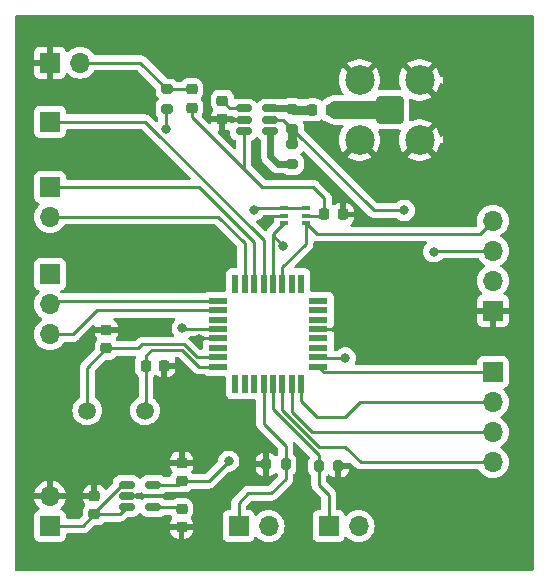
<source format=gtl>
G04 #@! TF.GenerationSoftware,KiCad,Pcbnew,7.0.9-7.0.9~ubuntu22.04.1*
G04 #@! TF.CreationDate,2023-11-28T09:56:04+02:00*
G04 #@! TF.ProjectId,elepajaradio,656c6570-616a-4617-9261-64696f2e6b69,rev?*
G04 #@! TF.SameCoordinates,Original*
G04 #@! TF.FileFunction,Copper,L1,Top*
G04 #@! TF.FilePolarity,Positive*
%FSLAX46Y46*%
G04 Gerber Fmt 4.6, Leading zero omitted, Abs format (unit mm)*
G04 Created by KiCad (PCBNEW 7.0.9-7.0.9~ubuntu22.04.1) date 2023-11-28 09:56:04*
%MOMM*%
%LPD*%
G01*
G04 APERTURE LIST*
G04 Aperture macros list*
%AMRoundRect*
0 Rectangle with rounded corners*
0 $1 Rounding radius*
0 $2 $3 $4 $5 $6 $7 $8 $9 X,Y pos of 4 corners*
0 Add a 4 corners polygon primitive as box body*
4,1,4,$2,$3,$4,$5,$6,$7,$8,$9,$2,$3,0*
0 Add four circle primitives for the rounded corners*
1,1,$1+$1,$2,$3*
1,1,$1+$1,$4,$5*
1,1,$1+$1,$6,$7*
1,1,$1+$1,$8,$9*
0 Add four rect primitives between the rounded corners*
20,1,$1+$1,$2,$3,$4,$5,0*
20,1,$1+$1,$4,$5,$6,$7,0*
20,1,$1+$1,$6,$7,$8,$9,0*
20,1,$1+$1,$8,$9,$2,$3,0*%
G04 Aperture macros list end*
G04 #@! TA.AperFunction,SMDPad,CuDef*
%ADD10RoundRect,0.225000X-0.225000X-0.250000X0.225000X-0.250000X0.225000X0.250000X-0.225000X0.250000X0*%
G04 #@! TD*
G04 #@! TA.AperFunction,SMDPad,CuDef*
%ADD11RoundRect,0.225000X0.250000X-0.225000X0.250000X0.225000X-0.250000X0.225000X-0.250000X-0.225000X0*%
G04 #@! TD*
G04 #@! TA.AperFunction,SMDPad,CuDef*
%ADD12RoundRect,0.200000X-0.200000X-0.275000X0.200000X-0.275000X0.200000X0.275000X-0.200000X0.275000X0*%
G04 #@! TD*
G04 #@! TA.AperFunction,ComponentPad*
%ADD13RoundRect,0.200100X-0.949900X0.949900X-0.949900X-0.949900X0.949900X-0.949900X0.949900X0.949900X0*%
G04 #@! TD*
G04 #@! TA.AperFunction,ComponentPad*
%ADD14C,2.500000*%
G04 #@! TD*
G04 #@! TA.AperFunction,SMDPad,CuDef*
%ADD15RoundRect,0.200000X-0.275000X0.200000X-0.275000X-0.200000X0.275000X-0.200000X0.275000X0.200000X0*%
G04 #@! TD*
G04 #@! TA.AperFunction,SMDPad,CuDef*
%ADD16RoundRect,0.225000X-0.250000X0.225000X-0.250000X-0.225000X0.250000X-0.225000X0.250000X0.225000X0*%
G04 #@! TD*
G04 #@! TA.AperFunction,ComponentPad*
%ADD17R,1.700000X1.700000*%
G04 #@! TD*
G04 #@! TA.AperFunction,ComponentPad*
%ADD18O,1.700000X1.700000*%
G04 #@! TD*
G04 #@! TA.AperFunction,ComponentPad*
%ADD19C,1.500000*%
G04 #@! TD*
G04 #@! TA.AperFunction,SMDPad,CuDef*
%ADD20RoundRect,0.150000X-0.512500X-0.150000X0.512500X-0.150000X0.512500X0.150000X-0.512500X0.150000X0*%
G04 #@! TD*
G04 #@! TA.AperFunction,SMDPad,CuDef*
%ADD21R,0.650000X0.400000*%
G04 #@! TD*
G04 #@! TA.AperFunction,SMDPad,CuDef*
%ADD22RoundRect,0.200000X0.275000X-0.200000X0.275000X0.200000X-0.275000X0.200000X-0.275000X-0.200000X0*%
G04 #@! TD*
G04 #@! TA.AperFunction,SMDPad,CuDef*
%ADD23RoundRect,0.225000X0.225000X0.250000X-0.225000X0.250000X-0.225000X-0.250000X0.225000X-0.250000X0*%
G04 #@! TD*
G04 #@! TA.AperFunction,SMDPad,CuDef*
%ADD24R,1.600000X0.550000*%
G04 #@! TD*
G04 #@! TA.AperFunction,SMDPad,CuDef*
%ADD25R,0.550000X1.600000*%
G04 #@! TD*
G04 #@! TA.AperFunction,SMDPad,CuDef*
%ADD26RoundRect,0.200000X0.200000X0.275000X-0.200000X0.275000X-0.200000X-0.275000X0.200000X-0.275000X0*%
G04 #@! TD*
G04 #@! TA.AperFunction,SMDPad,CuDef*
%ADD27RoundRect,0.218750X0.256250X-0.218750X0.256250X0.218750X-0.256250X0.218750X-0.256250X-0.218750X0*%
G04 #@! TD*
G04 #@! TA.AperFunction,ViaPad*
%ADD28C,0.800000*%
G04 #@! TD*
G04 #@! TA.AperFunction,Conductor*
%ADD29C,1.500000*%
G04 #@! TD*
G04 #@! TA.AperFunction,Conductor*
%ADD30C,0.250000*%
G04 #@! TD*
G04 #@! TA.AperFunction,Conductor*
%ADD31C,0.800000*%
G04 #@! TD*
G04 #@! TA.AperFunction,Conductor*
%ADD32C,0.600000*%
G04 #@! TD*
G04 APERTURE END LIST*
D10*
X148225000Y-87850000D03*
X149775000Y-87850000D03*
D11*
X129780000Y-99195000D03*
X129780000Y-97645000D03*
D12*
X143310000Y-109010000D03*
X144960000Y-109010000D03*
D13*
X153750000Y-79000000D03*
D14*
X156290000Y-76460000D03*
X151210000Y-76460000D03*
X156290000Y-81540000D03*
X151210000Y-81540000D03*
D15*
X134925649Y-77264165D03*
X134925649Y-78914165D03*
D16*
X136137119Y-112788400D03*
X136137119Y-114338400D03*
D17*
X140970000Y-114230000D03*
D18*
X143510000Y-114230000D03*
D17*
X125000000Y-80000000D03*
X148590000Y-114230000D03*
D18*
X151130000Y-114230000D03*
D11*
X128750918Y-113233408D03*
X128750918Y-111683408D03*
D19*
X133050000Y-104450000D03*
X128150000Y-104450000D03*
D17*
X162500000Y-101190000D03*
D18*
X162500000Y-103730000D03*
X162500000Y-106270000D03*
X162500000Y-108810000D03*
D20*
X131482500Y-110740000D03*
X131482500Y-111690000D03*
X131482500Y-112640000D03*
X133757500Y-112640000D03*
X133757500Y-110740000D03*
D11*
X136158007Y-110431205D03*
X136158007Y-108881205D03*
D21*
X144780000Y-87300000D03*
X144780000Y-87950000D03*
X144780000Y-88600000D03*
X146680000Y-88600000D03*
X146680000Y-87950000D03*
X146680000Y-87300000D03*
D17*
X125000000Y-75000000D03*
D18*
X127540000Y-75000000D03*
D22*
X145500000Y-80575000D03*
X145500000Y-78925000D03*
D17*
X125000000Y-92915000D03*
D18*
X125000000Y-95455000D03*
X125000000Y-97995000D03*
D17*
X125000000Y-114230000D03*
D18*
X125000000Y-111690000D03*
D20*
X141395000Y-78870000D03*
X141395000Y-79820000D03*
X141395000Y-80770000D03*
X143670000Y-80770000D03*
X143670000Y-79820000D03*
X143670000Y-78870000D03*
D15*
X145500000Y-81925000D03*
X145500000Y-83575000D03*
D17*
X125000000Y-85525000D03*
D18*
X125000000Y-88065000D03*
D17*
X162500000Y-96000000D03*
D18*
X162500000Y-93460000D03*
X162500000Y-90920000D03*
X162500000Y-88380000D03*
D10*
X133125000Y-100650000D03*
X134675000Y-100650000D03*
D23*
X148775000Y-79000000D03*
X147225000Y-79000000D03*
D24*
X139230000Y-95150000D03*
X139230000Y-95950000D03*
X139230000Y-96750000D03*
X139230000Y-97550000D03*
X139230000Y-98350000D03*
X139230000Y-99150000D03*
X139230000Y-99950000D03*
X139230000Y-100750000D03*
D25*
X140680000Y-102200000D03*
X141480000Y-102200000D03*
X142280000Y-102200000D03*
X143080000Y-102200000D03*
X143880000Y-102200000D03*
X144680000Y-102200000D03*
X145480000Y-102200000D03*
X146280000Y-102200000D03*
D24*
X147730000Y-100750000D03*
X147730000Y-99950000D03*
X147730000Y-99150000D03*
X147730000Y-98350000D03*
X147730000Y-97550000D03*
X147730000Y-96750000D03*
X147730000Y-95950000D03*
X147730000Y-95150000D03*
D25*
X146280000Y-93700000D03*
X145480000Y-93700000D03*
X144680000Y-93700000D03*
X143880000Y-93700000D03*
X143080000Y-93700000D03*
X142280000Y-93700000D03*
X141480000Y-93700000D03*
X140680000Y-93700000D03*
D16*
X137000000Y-77250000D03*
X137000000Y-78800000D03*
D26*
X149415000Y-109150000D03*
X147765000Y-109150000D03*
D27*
X139600000Y-79787500D03*
X139600000Y-78212500D03*
D28*
X143250000Y-88500000D03*
X137587299Y-98412701D03*
X136200000Y-97450000D03*
X150000000Y-100000000D03*
X142290000Y-87440000D03*
X155000000Y-87500000D03*
X134800000Y-80600000D03*
X140137119Y-108740000D03*
X144750000Y-90500000D03*
X157500000Y-91000000D03*
D29*
X149194156Y-79000000D02*
X153750000Y-79000000D01*
D30*
X139230000Y-100750000D02*
X137600000Y-100750000D01*
X133600000Y-99300000D02*
X133125000Y-99775000D01*
X133125000Y-100650000D02*
X133125000Y-104375000D01*
X136150000Y-99300000D02*
X133600000Y-99300000D01*
X133125000Y-104375000D02*
X133050000Y-104450000D01*
X133125000Y-99775000D02*
X133125000Y-100650000D01*
X137600000Y-100750000D02*
X136150000Y-99300000D01*
X141395000Y-79820000D02*
X139632500Y-79820000D01*
X147730000Y-97550000D02*
X149450000Y-97550000D01*
X139230000Y-98350000D02*
X137650000Y-98350000D01*
X143800000Y-87950000D02*
X143250000Y-88500000D01*
X144780000Y-87950000D02*
X143800000Y-87950000D01*
X139632500Y-79820000D02*
X139600000Y-79787500D01*
X137650000Y-98350000D02*
X137587299Y-98412701D01*
X128150000Y-100825000D02*
X129780000Y-99195000D01*
X128150000Y-104450000D02*
X128150000Y-100825000D01*
X137436396Y-99950000D02*
X136336396Y-98850000D01*
X132800000Y-98850000D02*
X132455000Y-99195000D01*
X136336396Y-98850000D02*
X132800000Y-98850000D01*
X129780000Y-99195000D02*
X132455000Y-99195000D01*
X137436396Y-99950000D02*
X139230000Y-99950000D01*
X131098248Y-110740000D02*
X128750918Y-113087330D01*
X128750918Y-113087330D02*
X128750918Y-113233408D01*
X128750918Y-113233408D02*
X130598408Y-113233408D01*
X127754326Y-114230000D02*
X128750918Y-113233408D01*
X128750918Y-113233408D02*
X130889092Y-113233408D01*
X150000000Y-100000000D02*
X147780000Y-100000000D01*
X139230000Y-97550000D02*
X136300000Y-97550000D01*
X131482500Y-110740000D02*
X131098248Y-110740000D01*
X147780000Y-100000000D02*
X147730000Y-99950000D01*
X125000000Y-114230000D02*
X127754326Y-114230000D01*
X136300000Y-97550000D02*
X136200000Y-97450000D01*
X130889092Y-113233408D02*
X131482500Y-112640000D01*
X135988719Y-112640000D02*
X136137119Y-112788400D01*
X133757500Y-112640000D02*
X135988719Y-112640000D01*
X132661484Y-75000000D02*
X134925649Y-77264165D01*
X127540000Y-75000000D02*
X132661484Y-75000000D01*
X136985835Y-77264165D02*
X137000000Y-77250000D01*
X134925649Y-77264165D02*
X136985835Y-77264165D01*
X146750000Y-87880000D02*
X146680000Y-87950000D01*
X141395000Y-83995000D02*
X142950000Y-85550000D01*
X141395000Y-80770000D02*
X141395000Y-83995000D01*
X148225000Y-86475000D02*
X148225000Y-87850000D01*
X146680000Y-87950000D02*
X148125000Y-87950000D01*
X141395000Y-83995000D02*
X137000000Y-79600000D01*
X137000000Y-79600000D02*
X137000000Y-78800000D01*
X142950000Y-85550000D02*
X147300000Y-85550000D01*
X148125000Y-87950000D02*
X148225000Y-87850000D01*
X147300000Y-85550000D02*
X148225000Y-86475000D01*
X133757500Y-110740000D02*
X135849212Y-110740000D01*
X143670000Y-79820000D02*
X144745000Y-79820000D01*
D31*
X145500000Y-81925000D02*
X145500000Y-80575000D01*
D30*
X144745000Y-79820000D02*
X145500000Y-80575000D01*
X144780000Y-87300000D02*
X146680000Y-87300000D01*
X152425000Y-87500000D02*
X155000000Y-87500000D01*
X138445914Y-110431205D02*
X140137119Y-108740000D01*
X135849212Y-110740000D02*
X136158007Y-110431205D01*
X136158007Y-110431205D02*
X138445914Y-110431205D01*
X134800000Y-79039814D02*
X134925649Y-78914165D01*
X145500000Y-80575000D02*
X152425000Y-87500000D01*
X134800000Y-80600000D02*
X134800000Y-79039814D01*
X142290000Y-87440000D02*
X142430000Y-87300000D01*
X142430000Y-87300000D02*
X144780000Y-87300000D01*
X162500000Y-101190000D02*
X148170000Y-101190000D01*
X148170000Y-101190000D02*
X147730000Y-100750000D01*
X162060000Y-100750000D02*
X162500000Y-101190000D01*
X147650000Y-105000000D02*
X146280000Y-103630000D01*
X150000000Y-105000000D02*
X147650000Y-105000000D01*
X146280000Y-102200000D02*
X146280000Y-103630000D01*
X151270000Y-103730000D02*
X150000000Y-105000000D01*
X162500000Y-103730000D02*
X151270000Y-103730000D01*
X145480000Y-102200000D02*
X145480000Y-104580000D01*
X162500000Y-106270000D02*
X147170000Y-106270000D01*
X147170000Y-106270000D02*
X145480000Y-104580000D01*
X144680000Y-104416396D02*
X144680000Y-102200000D01*
X151310000Y-108810000D02*
X150000000Y-107500000D01*
X147763604Y-107500000D02*
X144680000Y-104416396D01*
X162500000Y-108810000D02*
X151310000Y-108810000D01*
X150000000Y-107500000D02*
X147763604Y-107500000D01*
X142280000Y-90220000D02*
X142280000Y-93700000D01*
X137585000Y-85525000D02*
X142280000Y-90220000D01*
X125000000Y-85525000D02*
X137585000Y-85525000D01*
X141480000Y-90290000D02*
X141480000Y-93700000D01*
X139255000Y-88065000D02*
X141480000Y-90290000D01*
X125000000Y-88065000D02*
X139255000Y-88065000D01*
X143080000Y-90010000D02*
X143080000Y-93700000D01*
X125000000Y-80000000D02*
X133070000Y-80000000D01*
X133070000Y-80000000D02*
X143080000Y-90010000D01*
X141395000Y-78870000D02*
X140257500Y-78870000D01*
X140257500Y-78870000D02*
X139600000Y-78212500D01*
D32*
X143670000Y-80770000D02*
X143670000Y-82920000D01*
X143670000Y-82920000D02*
X144325000Y-83575000D01*
X144325000Y-83575000D02*
X145500000Y-83575000D01*
D30*
X143880000Y-104350000D02*
X143880000Y-102200000D01*
X147765000Y-108235000D02*
X147765000Y-109150000D01*
X148590000Y-114230000D02*
X148590000Y-111565000D01*
X148590000Y-111565000D02*
X147765000Y-110740000D01*
X143880000Y-104350000D02*
X147765000Y-108235000D01*
X147765000Y-110740000D02*
X147765000Y-109150000D01*
X143115000Y-102235000D02*
X143080000Y-102200000D01*
X140970000Y-112285000D02*
X140970000Y-114230000D01*
X143080000Y-102200000D02*
X143080000Y-105580000D01*
X141805000Y-111450000D02*
X140970000Y-112285000D01*
X144960000Y-110235000D02*
X143745000Y-111450000D01*
X143745000Y-111450000D02*
X141805000Y-111450000D01*
X143080000Y-105580000D02*
X144960000Y-107460000D01*
X144960000Y-107460000D02*
X144960000Y-109010000D01*
X144960000Y-109010000D02*
X144960000Y-110235000D01*
X145575000Y-79000000D02*
X145500000Y-78925000D01*
D31*
X147225000Y-79000000D02*
X145575000Y-79000000D01*
D32*
X143670000Y-78870000D02*
X145445000Y-78870000D01*
D30*
X145445000Y-78870000D02*
X145500000Y-78925000D01*
X125000000Y-95455000D02*
X125305000Y-95150000D01*
X125305000Y-95150000D02*
X139230000Y-95150000D01*
X125000000Y-97995000D02*
X126965000Y-97995000D01*
X129010000Y-95950000D02*
X139230000Y-95950000D01*
X126965000Y-97995000D02*
X129010000Y-95950000D01*
X146680000Y-88600000D02*
X147580000Y-89500000D01*
X147580000Y-89500000D02*
X161380000Y-89500000D01*
X146680000Y-88600000D02*
X146680000Y-90335000D01*
X146680000Y-90335000D02*
X144680000Y-92335000D01*
X161380000Y-89500000D02*
X162500000Y-88380000D01*
X144680000Y-92810000D02*
X144680000Y-93700000D01*
X144680000Y-92335000D02*
X144680000Y-93700000D01*
X143880000Y-89630000D02*
X144750000Y-90500000D01*
X143880000Y-91750000D02*
X143880000Y-91370000D01*
X157500000Y-91000000D02*
X157580000Y-90920000D01*
X143880000Y-92000000D02*
X143880000Y-93700000D01*
X143880000Y-89500000D02*
X143880000Y-92000000D01*
X157580000Y-90920000D02*
X162500000Y-90920000D01*
X143880000Y-89630000D02*
X143880000Y-91750000D01*
X143880000Y-91750000D02*
X143880000Y-92000000D01*
X143880000Y-89500000D02*
X143880000Y-89630000D01*
X144780000Y-88600000D02*
X143880000Y-89500000D01*
G04 #@! TA.AperFunction,Conductor*
G36*
X138088808Y-98195185D02*
G01*
X138096080Y-98200233D01*
X138163540Y-98250733D01*
X138205411Y-98306667D01*
X138210395Y-98376358D01*
X138176910Y-98437681D01*
X138163540Y-98449266D01*
X138072456Y-98517451D01*
X138072454Y-98517454D01*
X138047856Y-98550312D01*
X137991924Y-98592182D01*
X137948591Y-98600000D01*
X137930000Y-98600000D01*
X137930000Y-98672844D01*
X137936619Y-98734398D01*
X137936620Y-98760909D01*
X137935909Y-98767514D01*
X137935909Y-98767517D01*
X137929500Y-98827127D01*
X137929500Y-99033498D01*
X137929501Y-99200500D01*
X137909817Y-99267539D01*
X137857013Y-99313294D01*
X137805501Y-99324500D01*
X137746848Y-99324500D01*
X137679809Y-99304815D01*
X137659167Y-99288181D01*
X136837199Y-98466212D01*
X136827376Y-98453950D01*
X136827155Y-98454134D01*
X136822182Y-98448123D01*
X136771760Y-98400773D01*
X136758165Y-98387178D01*
X136724683Y-98325853D01*
X136729670Y-98256162D01*
X136771544Y-98200230D01*
X136837009Y-98175816D01*
X136845850Y-98175500D01*
X138021769Y-98175500D01*
X138088808Y-98195185D01*
G37*
G04 #@! TD.AperFunction*
G04 #@! TA.AperFunction,Conductor*
G36*
X143898039Y-87945185D02*
G01*
X143943794Y-87997989D01*
X143955000Y-88049500D01*
X143955000Y-88197844D01*
X143961619Y-88259398D01*
X143961620Y-88285909D01*
X143960909Y-88292514D01*
X143960909Y-88292517D01*
X143954500Y-88352127D01*
X143954500Y-88352133D01*
X143954500Y-88352135D01*
X143954500Y-88489546D01*
X143934815Y-88556585D01*
X143918181Y-88577227D01*
X143496208Y-88999199D01*
X143483951Y-89009020D01*
X143484134Y-89009241D01*
X143478123Y-89014213D01*
X143430772Y-89064636D01*
X143409889Y-89085519D01*
X143409877Y-89085532D01*
X143405621Y-89091017D01*
X143401837Y-89095447D01*
X143369937Y-89129418D01*
X143369936Y-89129420D01*
X143360284Y-89146976D01*
X143349609Y-89163227D01*
X143334566Y-89182623D01*
X143277926Y-89223533D01*
X143208160Y-89227328D01*
X143148901Y-89194310D01*
X142826252Y-88871661D01*
X142472276Y-88517686D01*
X142438792Y-88456364D01*
X142443776Y-88386673D01*
X142485647Y-88330739D01*
X142534174Y-88308716D01*
X142569803Y-88301144D01*
X142742730Y-88224151D01*
X142895871Y-88112888D01*
X143022533Y-87972216D01*
X143022533Y-87972215D01*
X143026881Y-87967387D01*
X143028922Y-87969224D01*
X143074658Y-87933952D01*
X143119655Y-87925500D01*
X143831000Y-87925500D01*
X143898039Y-87945185D01*
G37*
G04 #@! TD.AperFunction*
G04 #@! TA.AperFunction,Conductor*
G36*
X158170016Y-76724092D02*
G01*
X158225520Y-76766532D01*
X158249268Y-76832242D01*
X158249500Y-76839826D01*
X158249500Y-81160173D01*
X158229815Y-81227212D01*
X158177011Y-81272967D01*
X158107853Y-81282911D01*
X158044297Y-81253886D01*
X158006523Y-81195108D01*
X158004609Y-81187765D01*
X157966941Y-81022729D01*
X157871116Y-80778573D01*
X157871117Y-80778573D01*
X157739971Y-80551426D01*
X157692125Y-80491427D01*
X157041232Y-81142319D01*
X156997684Y-81060178D01*
X156877991Y-80919265D01*
X156730805Y-80807377D01*
X156688596Y-80787849D01*
X157339167Y-80137278D01*
X157167447Y-80020202D01*
X157167445Y-80020201D01*
X156931142Y-79906404D01*
X156931144Y-79906404D01*
X156680505Y-79829092D01*
X156680499Y-79829090D01*
X156421151Y-79790000D01*
X156158848Y-79790000D01*
X155899500Y-79829090D01*
X155899494Y-79829092D01*
X155648858Y-79906404D01*
X155648854Y-79906405D01*
X155578302Y-79940382D01*
X155509360Y-79951734D01*
X155445226Y-79924012D01*
X155406260Y-79866017D01*
X155400500Y-79828662D01*
X155400500Y-78171338D01*
X155420185Y-78104299D01*
X155472989Y-78058544D01*
X155542147Y-78048600D01*
X155578302Y-78059618D01*
X155648854Y-78093594D01*
X155648858Y-78093595D01*
X155899494Y-78170907D01*
X155899500Y-78170909D01*
X156158848Y-78209999D01*
X156158857Y-78210000D01*
X156421143Y-78210000D01*
X156421151Y-78209999D01*
X156680499Y-78170909D01*
X156680505Y-78170907D01*
X156931143Y-78093595D01*
X157167445Y-77979798D01*
X157167456Y-77979791D01*
X157339167Y-77862720D01*
X156688609Y-77212162D01*
X156807431Y-77140669D01*
X156941658Y-77013523D01*
X157044861Y-76861308D01*
X157692124Y-77508571D01*
X157739974Y-77448570D01*
X157871116Y-77221426D01*
X157966941Y-76977270D01*
X158004609Y-76812234D01*
X158038717Y-76751255D01*
X158100379Y-76718397D01*
X158170016Y-76724092D01*
G37*
G04 #@! TD.AperFunction*
G04 #@! TA.AperFunction,Conductor*
G36*
X165942539Y-71020185D02*
G01*
X165988294Y-71072989D01*
X165999500Y-71124500D01*
X165999500Y-117875500D01*
X165979815Y-117942539D01*
X165927011Y-117988294D01*
X165875500Y-117999500D01*
X122124500Y-117999500D01*
X122057461Y-117979815D01*
X122011706Y-117927011D01*
X122000500Y-117875500D01*
X122000500Y-115127870D01*
X123649500Y-115127870D01*
X123649501Y-115127876D01*
X123655908Y-115187483D01*
X123706202Y-115322328D01*
X123706206Y-115322335D01*
X123792452Y-115437544D01*
X123792455Y-115437547D01*
X123907664Y-115523793D01*
X123907671Y-115523797D01*
X124042517Y-115574091D01*
X124042516Y-115574091D01*
X124049444Y-115574835D01*
X124102127Y-115580500D01*
X125897872Y-115580499D01*
X125957483Y-115574091D01*
X126092331Y-115523796D01*
X126207546Y-115437546D01*
X126293796Y-115322331D01*
X126344091Y-115187483D01*
X126350500Y-115127873D01*
X126350500Y-114979500D01*
X126370185Y-114912461D01*
X126422989Y-114866706D01*
X126474500Y-114855500D01*
X127671583Y-114855500D01*
X127687203Y-114857224D01*
X127687230Y-114856939D01*
X127694986Y-114857671D01*
X127694993Y-114857673D01*
X127764140Y-114855500D01*
X127793676Y-114855500D01*
X127800554Y-114854630D01*
X127806367Y-114854172D01*
X127852953Y-114852709D01*
X127872195Y-114847117D01*
X127891238Y-114843174D01*
X127911118Y-114840664D01*
X127954448Y-114823507D01*
X127959972Y-114821617D01*
X127963722Y-114820527D01*
X128004716Y-114808618D01*
X128021955Y-114798422D01*
X128039429Y-114789862D01*
X128058053Y-114782488D01*
X128058053Y-114782487D01*
X128058058Y-114782486D01*
X128095775Y-114755082D01*
X128100631Y-114751892D01*
X128140746Y-114728170D01*
X128154915Y-114713999D01*
X128169705Y-114701368D01*
X128185913Y-114689594D01*
X128215625Y-114653676D01*
X128219538Y-114649376D01*
X128280514Y-114588400D01*
X135162120Y-114588400D01*
X135162120Y-114611722D01*
X135172263Y-114711007D01*
X135225571Y-114871881D01*
X135225576Y-114871892D01*
X135314543Y-115016128D01*
X135314546Y-115016132D01*
X135434386Y-115135972D01*
X135434390Y-115135975D01*
X135578626Y-115224942D01*
X135578637Y-115224947D01*
X135739512Y-115278255D01*
X135838802Y-115288399D01*
X135887118Y-115288398D01*
X135887119Y-115288398D01*
X135887119Y-114588400D01*
X136387119Y-114588400D01*
X136387119Y-115288399D01*
X136435427Y-115288399D01*
X136435441Y-115288398D01*
X136534726Y-115278255D01*
X136695600Y-115224947D01*
X136695611Y-115224942D01*
X136839847Y-115135975D01*
X136839851Y-115135972D01*
X136959691Y-115016132D01*
X136959694Y-115016128D01*
X137048661Y-114871892D01*
X137048666Y-114871881D01*
X137101974Y-114711006D01*
X137112118Y-114611722D01*
X137112119Y-114611709D01*
X137112119Y-114588400D01*
X136387119Y-114588400D01*
X135887119Y-114588400D01*
X135162120Y-114588400D01*
X128280514Y-114588400D01*
X128648689Y-114220226D01*
X128710012Y-114186741D01*
X128736370Y-114183907D01*
X129049256Y-114183907D01*
X129049262Y-114183907D01*
X129049270Y-114183906D01*
X129049273Y-114183906D01*
X129103678Y-114178348D01*
X129148626Y-114173757D01*
X129309615Y-114120411D01*
X129453962Y-114031376D01*
X129573886Y-113911452D01*
X129573889Y-113911446D01*
X129578194Y-113906003D01*
X129635214Y-113865623D01*
X129675465Y-113858908D01*
X130806349Y-113858908D01*
X130821969Y-113860632D01*
X130821996Y-113860347D01*
X130829752Y-113861079D01*
X130829759Y-113861081D01*
X130898906Y-113858908D01*
X130928442Y-113858908D01*
X130935320Y-113858038D01*
X130941133Y-113857580D01*
X130987719Y-113856117D01*
X131006961Y-113850525D01*
X131026004Y-113846582D01*
X131045884Y-113844072D01*
X131089214Y-113826915D01*
X131094738Y-113825025D01*
X131098488Y-113823935D01*
X131139482Y-113812026D01*
X131156721Y-113801830D01*
X131174195Y-113793270D01*
X131192819Y-113785896D01*
X131192819Y-113785895D01*
X131192824Y-113785894D01*
X131230541Y-113758490D01*
X131235397Y-113755300D01*
X131275512Y-113731578D01*
X131289681Y-113717407D01*
X131304471Y-113704776D01*
X131320679Y-113693002D01*
X131350391Y-113657084D01*
X131354304Y-113652784D01*
X131530272Y-113476817D01*
X131591595Y-113443334D01*
X131617952Y-113440500D01*
X132060696Y-113440500D01*
X132079131Y-113439049D01*
X132097569Y-113437598D01*
X132097571Y-113437597D01*
X132097573Y-113437597D01*
X132139191Y-113425505D01*
X132255398Y-113391744D01*
X132396865Y-113308081D01*
X132513081Y-113191865D01*
X132513267Y-113191549D01*
X132513477Y-113191353D01*
X132517861Y-113185702D01*
X132518772Y-113186409D01*
X132564336Y-113143866D01*
X132633077Y-113131362D01*
X132697667Y-113158006D01*
X132721855Y-113185921D01*
X132722139Y-113185702D01*
X132726179Y-113190911D01*
X132726732Y-113191548D01*
X132726919Y-113191865D01*
X132726921Y-113191867D01*
X132726923Y-113191870D01*
X132843129Y-113308076D01*
X132843133Y-113308079D01*
X132843135Y-113308081D01*
X132984602Y-113391744D01*
X133026224Y-113403836D01*
X133142426Y-113437597D01*
X133142429Y-113437597D01*
X133142431Y-113437598D01*
X133154722Y-113438565D01*
X133179304Y-113440500D01*
X133179306Y-113440500D01*
X134335696Y-113440500D01*
X134354131Y-113439049D01*
X134372569Y-113437598D01*
X134372571Y-113437597D01*
X134372573Y-113437597D01*
X134414191Y-113425505D01*
X134530398Y-113391744D01*
X134671865Y-113308081D01*
X134671870Y-113308076D01*
X134678128Y-113301819D01*
X134739451Y-113268334D01*
X134765809Y-113265500D01*
X135121000Y-113265500D01*
X135188039Y-113285185D01*
X135226538Y-113324403D01*
X135314148Y-113466440D01*
X135314151Y-113466444D01*
X135323779Y-113476072D01*
X135357264Y-113537395D01*
X135352280Y-113607087D01*
X135323782Y-113651431D01*
X135314547Y-113660665D01*
X135314543Y-113660671D01*
X135225576Y-113804907D01*
X135225571Y-113804918D01*
X135172263Y-113965793D01*
X135162119Y-114065077D01*
X135162119Y-114088400D01*
X137112118Y-114088400D01*
X137112118Y-114065092D01*
X137112117Y-114065077D01*
X137101974Y-113965792D01*
X137048666Y-113804918D01*
X137048661Y-113804907D01*
X136959694Y-113660671D01*
X136959691Y-113660667D01*
X136950458Y-113651434D01*
X136916973Y-113590111D01*
X136921957Y-113520419D01*
X136950462Y-113476068D01*
X136960087Y-113466444D01*
X137049122Y-113322097D01*
X137102468Y-113161108D01*
X137112619Y-113061745D01*
X137112618Y-112515056D01*
X137102468Y-112415692D01*
X137049122Y-112254703D01*
X137049118Y-112254697D01*
X137049117Y-112254694D01*
X136960089Y-112110359D01*
X136960086Y-112110355D01*
X136840163Y-111990432D01*
X136840159Y-111990429D01*
X136695824Y-111901401D01*
X136695818Y-111901398D01*
X136695816Y-111901397D01*
X136626171Y-111878319D01*
X136534828Y-111848051D01*
X136435465Y-111837900D01*
X135838781Y-111837900D01*
X135838763Y-111837901D01*
X135739411Y-111848050D01*
X135739408Y-111848051D01*
X135578424Y-111901396D01*
X135578413Y-111901401D01*
X135427928Y-111994223D01*
X135426634Y-111992125D01*
X135372661Y-112013906D01*
X135360536Y-112014500D01*
X134765809Y-112014500D01*
X134698770Y-111994815D01*
X134678128Y-111978181D01*
X134671870Y-111971923D01*
X134671862Y-111971917D01*
X134552618Y-111901397D01*
X134530398Y-111888256D01*
X134530397Y-111888255D01*
X134530396Y-111888255D01*
X134530393Y-111888254D01*
X134372573Y-111842402D01*
X134372567Y-111842401D01*
X134335696Y-111839500D01*
X134335694Y-111839500D01*
X133179306Y-111839500D01*
X133179304Y-111839500D01*
X133142432Y-111842401D01*
X133142426Y-111842402D01*
X132984606Y-111888254D01*
X132984603Y-111888255D01*
X132843137Y-111971917D01*
X132836969Y-111976702D01*
X132835664Y-111975019D01*
X132783954Y-112003246D01*
X132714263Y-111998251D01*
X132666558Y-111966247D01*
X132642296Y-111940000D01*
X132376815Y-111940000D01*
X132313694Y-111922732D01*
X132277618Y-111901397D01*
X132255398Y-111888256D01*
X132255397Y-111888255D01*
X132255396Y-111888255D01*
X132255393Y-111888254D01*
X132097573Y-111842402D01*
X132097567Y-111842401D01*
X132060696Y-111839500D01*
X132060694Y-111839500D01*
X131356500Y-111839500D01*
X131289461Y-111819815D01*
X131243706Y-111767011D01*
X131232500Y-111715500D01*
X131232500Y-111664500D01*
X131252185Y-111597461D01*
X131304989Y-111551706D01*
X131356500Y-111540500D01*
X132060696Y-111540500D01*
X132079131Y-111539049D01*
X132097569Y-111537598D01*
X132097571Y-111537597D01*
X132097573Y-111537597D01*
X132182424Y-111512945D01*
X132255398Y-111491744D01*
X132313694Y-111457268D01*
X132376815Y-111440000D01*
X132642294Y-111440000D01*
X132666557Y-111413752D01*
X132726518Y-111377885D01*
X132796352Y-111380129D01*
X132836012Y-111404530D01*
X132836969Y-111403298D01*
X132843132Y-111408078D01*
X132843135Y-111408081D01*
X132984602Y-111491744D01*
X133026224Y-111503836D01*
X133142426Y-111537597D01*
X133142429Y-111537597D01*
X133142431Y-111537598D01*
X133154722Y-111538565D01*
X133179304Y-111540500D01*
X133179306Y-111540500D01*
X134335696Y-111540500D01*
X134354131Y-111539049D01*
X134372569Y-111537598D01*
X134372571Y-111537597D01*
X134372573Y-111537597D01*
X134457424Y-111512945D01*
X134530398Y-111491744D01*
X134671865Y-111408081D01*
X134671870Y-111408076D01*
X134678128Y-111401819D01*
X134739451Y-111368334D01*
X134765809Y-111365500D01*
X135722019Y-111365500D01*
X135753578Y-111370592D01*
X135753676Y-111370137D01*
X135760292Y-111371553D01*
X135760297Y-111371553D01*
X135760299Y-111371554D01*
X135859662Y-111381705D01*
X136456351Y-111381704D01*
X136456359Y-111381703D01*
X136456362Y-111381703D01*
X136510767Y-111376145D01*
X136555715Y-111371554D01*
X136716704Y-111318208D01*
X136861051Y-111229173D01*
X136980975Y-111109249D01*
X136980978Y-111109243D01*
X136985283Y-111103800D01*
X137042303Y-111063420D01*
X137082554Y-111056705D01*
X138363171Y-111056705D01*
X138378791Y-111058429D01*
X138378818Y-111058144D01*
X138386574Y-111058876D01*
X138386581Y-111058878D01*
X138455728Y-111056705D01*
X138485264Y-111056705D01*
X138492142Y-111055835D01*
X138497955Y-111055377D01*
X138544541Y-111053914D01*
X138563783Y-111048322D01*
X138582826Y-111044379D01*
X138602706Y-111041869D01*
X138646036Y-111024712D01*
X138651560Y-111022822D01*
X138655310Y-111021732D01*
X138696304Y-111009823D01*
X138713543Y-110999627D01*
X138731017Y-110991067D01*
X138749641Y-110983693D01*
X138749641Y-110983692D01*
X138749646Y-110983691D01*
X138787363Y-110956287D01*
X138792219Y-110953097D01*
X138832334Y-110929375D01*
X138846503Y-110915204D01*
X138861293Y-110902573D01*
X138877501Y-110890799D01*
X138907213Y-110854881D01*
X138911126Y-110850581D01*
X140084891Y-109676819D01*
X140146214Y-109643334D01*
X140172572Y-109640500D01*
X140231763Y-109640500D01*
X140231765Y-109640500D01*
X140416922Y-109601144D01*
X140589849Y-109524151D01*
X140742990Y-109412888D01*
X140869652Y-109272216D01*
X140876705Y-109260000D01*
X142410001Y-109260000D01*
X142410001Y-109341582D01*
X142416408Y-109412102D01*
X142416409Y-109412107D01*
X142466981Y-109574396D01*
X142554927Y-109719877D01*
X142675122Y-109840072D01*
X142820604Y-109928019D01*
X142820603Y-109928019D01*
X142982894Y-109978590D01*
X142982893Y-109978590D01*
X143053408Y-109984998D01*
X143053426Y-109984999D01*
X143059999Y-109984998D01*
X143060000Y-109984998D01*
X143060000Y-109260000D01*
X142410001Y-109260000D01*
X140876705Y-109260000D01*
X140964298Y-109108284D01*
X141022793Y-108928256D01*
X141040477Y-108760000D01*
X142410000Y-108760000D01*
X143060000Y-108760000D01*
X143060000Y-108035000D01*
X143059999Y-108034999D01*
X143053436Y-108035000D01*
X143053417Y-108035001D01*
X142982897Y-108041408D01*
X142982892Y-108041409D01*
X142820603Y-108091981D01*
X142675122Y-108179927D01*
X142554927Y-108300122D01*
X142466980Y-108445604D01*
X142416409Y-108607893D01*
X142410000Y-108678427D01*
X142410000Y-108760000D01*
X141040477Y-108760000D01*
X141042579Y-108740000D01*
X141022793Y-108551744D01*
X140964298Y-108371716D01*
X140869652Y-108207784D01*
X140742990Y-108067112D01*
X140707613Y-108041409D01*
X140589853Y-107955851D01*
X140589848Y-107955848D01*
X140416926Y-107878857D01*
X140416921Y-107878855D01*
X140271120Y-107847865D01*
X140231765Y-107839500D01*
X140042473Y-107839500D01*
X140010016Y-107846398D01*
X139857316Y-107878855D01*
X139857311Y-107878857D01*
X139684389Y-107955848D01*
X139684384Y-107955851D01*
X139531248Y-108067111D01*
X139404585Y-108207785D01*
X139309940Y-108371715D01*
X139309937Y-108371722D01*
X139265464Y-108508597D01*
X139251445Y-108551744D01*
X139233798Y-108719649D01*
X139207213Y-108784263D01*
X139198158Y-108794368D01*
X138223142Y-109769386D01*
X138161819Y-109802871D01*
X138135461Y-109805705D01*
X137082554Y-109805705D01*
X137015515Y-109786020D01*
X136985283Y-109758610D01*
X136980970Y-109753155D01*
X136971347Y-109743532D01*
X136937862Y-109682209D01*
X136942846Y-109612517D01*
X136971350Y-109568167D01*
X136980579Y-109558937D01*
X136980580Y-109558936D01*
X137069549Y-109414697D01*
X137069554Y-109414686D01*
X137122862Y-109253811D01*
X137133006Y-109154527D01*
X137133007Y-109154514D01*
X137133007Y-109131205D01*
X135183008Y-109131205D01*
X135183008Y-109154527D01*
X135193151Y-109253812D01*
X135246459Y-109414686D01*
X135246464Y-109414697D01*
X135335431Y-109558933D01*
X135335434Y-109558937D01*
X135344667Y-109568170D01*
X135378152Y-109629493D01*
X135373168Y-109699185D01*
X135344670Y-109743529D01*
X135335040Y-109753158D01*
X135335036Y-109753164D01*
X135246008Y-109897499D01*
X135246003Y-109897510D01*
X135202265Y-110029504D01*
X135162492Y-110086949D01*
X135097976Y-110113772D01*
X135084559Y-110114500D01*
X134765809Y-110114500D01*
X134698770Y-110094815D01*
X134678128Y-110078181D01*
X134671870Y-110071923D01*
X134671862Y-110071917D01*
X134575890Y-110015160D01*
X134530398Y-109988256D01*
X134530397Y-109988255D01*
X134530396Y-109988255D01*
X134530393Y-109988254D01*
X134372573Y-109942402D01*
X134372567Y-109942401D01*
X134335696Y-109939500D01*
X134335694Y-109939500D01*
X133179306Y-109939500D01*
X133179304Y-109939500D01*
X133142432Y-109942401D01*
X133142426Y-109942402D01*
X132984606Y-109988254D01*
X132984603Y-109988255D01*
X132843137Y-110071917D01*
X132843129Y-110071923D01*
X132726923Y-110188129D01*
X132726914Y-110188140D01*
X132726729Y-110188455D01*
X132726519Y-110188650D01*
X132722139Y-110194298D01*
X132721227Y-110193591D01*
X132675657Y-110236136D01*
X132606915Y-110248637D01*
X132542327Y-110221988D01*
X132518143Y-110194078D01*
X132517861Y-110194298D01*
X132513823Y-110189092D01*
X132513271Y-110188455D01*
X132513085Y-110188140D01*
X132513076Y-110188129D01*
X132396870Y-110071923D01*
X132396862Y-110071917D01*
X132300890Y-110015160D01*
X132255398Y-109988256D01*
X132255397Y-109988255D01*
X132255396Y-109988255D01*
X132255393Y-109988254D01*
X132097573Y-109942402D01*
X132097567Y-109942401D01*
X132060696Y-109939500D01*
X132060694Y-109939500D01*
X130904306Y-109939500D01*
X130904304Y-109939500D01*
X130867432Y-109942401D01*
X130867426Y-109942402D01*
X130709606Y-109988254D01*
X130709603Y-109988255D01*
X130568137Y-110071917D01*
X130568129Y-110071923D01*
X130451923Y-110188129D01*
X130451917Y-110188137D01*
X130368255Y-110329603D01*
X130368254Y-110329606D01*
X130322402Y-110487426D01*
X130322401Y-110487432D01*
X130319500Y-110524304D01*
X130319500Y-110582794D01*
X130299815Y-110649833D01*
X130283181Y-110670475D01*
X129827248Y-111126407D01*
X129765925Y-111159892D01*
X129696233Y-111154908D01*
X129640300Y-111113036D01*
X129634028Y-111103823D01*
X129573489Y-111005674D01*
X129453650Y-110885835D01*
X129453646Y-110885832D01*
X129309410Y-110796865D01*
X129309399Y-110796860D01*
X129148524Y-110743552D01*
X129049240Y-110733408D01*
X129000918Y-110733408D01*
X129000918Y-111809408D01*
X128981233Y-111876447D01*
X128928429Y-111922202D01*
X128876918Y-111933408D01*
X127775919Y-111933408D01*
X127775919Y-111956730D01*
X127786062Y-112056015D01*
X127839370Y-112216889D01*
X127839375Y-112216900D01*
X127928342Y-112361136D01*
X127928345Y-112361140D01*
X127937578Y-112370373D01*
X127971063Y-112431696D01*
X127966079Y-112501388D01*
X127937581Y-112545732D01*
X127927951Y-112555361D01*
X127927947Y-112555367D01*
X127838919Y-112699702D01*
X127838914Y-112699713D01*
X127785569Y-112860698D01*
X127775418Y-112960055D01*
X127775418Y-113272954D01*
X127755733Y-113339993D01*
X127739099Y-113360635D01*
X127531554Y-113568181D01*
X127470231Y-113601666D01*
X127443873Y-113604500D01*
X126474499Y-113604500D01*
X126407460Y-113584815D01*
X126361705Y-113532011D01*
X126350499Y-113480500D01*
X126350499Y-113332129D01*
X126350498Y-113332123D01*
X126350497Y-113332116D01*
X126344091Y-113272517D01*
X126342809Y-113269081D01*
X126293797Y-113137671D01*
X126293793Y-113137664D01*
X126207547Y-113022455D01*
X126207544Y-113022452D01*
X126092335Y-112936206D01*
X126092328Y-112936202D01*
X125960401Y-112886997D01*
X125904467Y-112845126D01*
X125880050Y-112779662D01*
X125894902Y-112711389D01*
X125916053Y-112683133D01*
X126038108Y-112561078D01*
X126173600Y-112367578D01*
X126273429Y-112153492D01*
X126273432Y-112153486D01*
X126330636Y-111940000D01*
X125433686Y-111940000D01*
X125459493Y-111899844D01*
X125500000Y-111761889D01*
X125500000Y-111618111D01*
X125459493Y-111480156D01*
X125433686Y-111440000D01*
X126330636Y-111440000D01*
X126330635Y-111439999D01*
X126328869Y-111433408D01*
X127775918Y-111433408D01*
X128500918Y-111433408D01*
X128500918Y-110733408D01*
X128500917Y-110733407D01*
X128452611Y-110733408D01*
X128452593Y-110733409D01*
X128353310Y-110743552D01*
X128192436Y-110796860D01*
X128192425Y-110796865D01*
X128048189Y-110885832D01*
X128048185Y-110885835D01*
X127928345Y-111005675D01*
X127928342Y-111005679D01*
X127839375Y-111149915D01*
X127839370Y-111149926D01*
X127786062Y-111310801D01*
X127775918Y-111410085D01*
X127775918Y-111433408D01*
X126328869Y-111433408D01*
X126273432Y-111226513D01*
X126273429Y-111226507D01*
X126173600Y-111012422D01*
X126173599Y-111012420D01*
X126038113Y-110818926D01*
X126038108Y-110818920D01*
X125871082Y-110651894D01*
X125677578Y-110516399D01*
X125463492Y-110416570D01*
X125463486Y-110416567D01*
X125250000Y-110359364D01*
X125250000Y-111254498D01*
X125142315Y-111205320D01*
X125035763Y-111190000D01*
X124964237Y-111190000D01*
X124857685Y-111205320D01*
X124750000Y-111254498D01*
X124750000Y-110359364D01*
X124749999Y-110359364D01*
X124536513Y-110416567D01*
X124536507Y-110416570D01*
X124322422Y-110516399D01*
X124322420Y-110516400D01*
X124128926Y-110651886D01*
X124128920Y-110651891D01*
X123961891Y-110818920D01*
X123961886Y-110818926D01*
X123826400Y-111012420D01*
X123826399Y-111012422D01*
X123726570Y-111226507D01*
X123726567Y-111226513D01*
X123669364Y-111439999D01*
X123669364Y-111440000D01*
X124566314Y-111440000D01*
X124540507Y-111480156D01*
X124500000Y-111618111D01*
X124500000Y-111761889D01*
X124540507Y-111899844D01*
X124566314Y-111940000D01*
X123669364Y-111940000D01*
X123726567Y-112153486D01*
X123726570Y-112153492D01*
X123826399Y-112367578D01*
X123961894Y-112561082D01*
X124083946Y-112683134D01*
X124117431Y-112744457D01*
X124112447Y-112814149D01*
X124070575Y-112870082D01*
X124039598Y-112886997D01*
X123907671Y-112936202D01*
X123907664Y-112936206D01*
X123792455Y-113022452D01*
X123792452Y-113022455D01*
X123706206Y-113137664D01*
X123706202Y-113137671D01*
X123655908Y-113272517D01*
X123650340Y-113324316D01*
X123649501Y-113332123D01*
X123649500Y-113332135D01*
X123649500Y-115127870D01*
X122000500Y-115127870D01*
X122000500Y-108631205D01*
X135183007Y-108631205D01*
X135908007Y-108631205D01*
X135908007Y-107931205D01*
X136408007Y-107931205D01*
X136408007Y-108631205D01*
X137133006Y-108631205D01*
X137133006Y-108607897D01*
X137133005Y-108607882D01*
X137122862Y-108508597D01*
X137069554Y-108347723D01*
X137069549Y-108347712D01*
X136980582Y-108203476D01*
X136980579Y-108203472D01*
X136860739Y-108083632D01*
X136860735Y-108083629D01*
X136716499Y-107994662D01*
X136716488Y-107994657D01*
X136555613Y-107941349D01*
X136456329Y-107931205D01*
X136408007Y-107931205D01*
X135908007Y-107931205D01*
X135908006Y-107931204D01*
X135859700Y-107931205D01*
X135859682Y-107931206D01*
X135760399Y-107941349D01*
X135599525Y-107994657D01*
X135599514Y-107994662D01*
X135455278Y-108083629D01*
X135455274Y-108083632D01*
X135335434Y-108203472D01*
X135335431Y-108203476D01*
X135246464Y-108347712D01*
X135246459Y-108347723D01*
X135193151Y-108508598D01*
X135183007Y-108607882D01*
X135183007Y-108631205D01*
X122000500Y-108631205D01*
X122000500Y-97995000D01*
X123644341Y-97995000D01*
X123664936Y-98230403D01*
X123664938Y-98230413D01*
X123726094Y-98458655D01*
X123726096Y-98458659D01*
X123726097Y-98458663D01*
X123785763Y-98586617D01*
X123825965Y-98672830D01*
X123825967Y-98672834D01*
X123934004Y-98827125D01*
X123961505Y-98866401D01*
X124128599Y-99033495D01*
X124222864Y-99099500D01*
X124322165Y-99169032D01*
X124322167Y-99169033D01*
X124322170Y-99169035D01*
X124536337Y-99268903D01*
X124764592Y-99330063D01*
X124952918Y-99346539D01*
X124999999Y-99350659D01*
X125000000Y-99350659D01*
X125000001Y-99350659D01*
X125039234Y-99347226D01*
X125235408Y-99330063D01*
X125463663Y-99268903D01*
X125677830Y-99169035D01*
X125871401Y-99033495D01*
X126038495Y-98866401D01*
X126173652Y-98673377D01*
X126228229Y-98629752D01*
X126275227Y-98620500D01*
X126882257Y-98620500D01*
X126897877Y-98622224D01*
X126897904Y-98621939D01*
X126905660Y-98622671D01*
X126905667Y-98622673D01*
X126974814Y-98620500D01*
X127004350Y-98620500D01*
X127011228Y-98619630D01*
X127017041Y-98619172D01*
X127063627Y-98617709D01*
X127082869Y-98612117D01*
X127101912Y-98608174D01*
X127121792Y-98605664D01*
X127165122Y-98588507D01*
X127170646Y-98586617D01*
X127174396Y-98585527D01*
X127215390Y-98573618D01*
X127232629Y-98563422D01*
X127250103Y-98554862D01*
X127268727Y-98547488D01*
X127268727Y-98547487D01*
X127268732Y-98547486D01*
X127306449Y-98520082D01*
X127311305Y-98516892D01*
X127351420Y-98493170D01*
X127365589Y-98478999D01*
X127380379Y-98466368D01*
X127396587Y-98454594D01*
X127426299Y-98418676D01*
X127430212Y-98414376D01*
X128596325Y-97248264D01*
X128657647Y-97214780D01*
X128727339Y-97219764D01*
X128783272Y-97261636D01*
X128807689Y-97327100D01*
X128807363Y-97348546D01*
X128805001Y-97371670D01*
X128805000Y-97371690D01*
X128805000Y-97395000D01*
X130754999Y-97395000D01*
X130754999Y-97371692D01*
X130754998Y-97371677D01*
X130744855Y-97272392D01*
X130691547Y-97111518D01*
X130691542Y-97111507D01*
X130602575Y-96967271D01*
X130602572Y-96967267D01*
X130482732Y-96847427D01*
X130482728Y-96847424D01*
X130414010Y-96805038D01*
X130367285Y-96753090D01*
X130356064Y-96684128D01*
X130383907Y-96620046D01*
X130441976Y-96581190D01*
X130479107Y-96575500D01*
X135497153Y-96575500D01*
X135564192Y-96595185D01*
X135609947Y-96647989D01*
X135619891Y-96717147D01*
X135590866Y-96780703D01*
X135589312Y-96782461D01*
X135549592Y-96826575D01*
X135467466Y-96917785D01*
X135372821Y-97081715D01*
X135372818Y-97081722D01*
X135314361Y-97261636D01*
X135314326Y-97261744D01*
X135294540Y-97450000D01*
X135314326Y-97638256D01*
X135314327Y-97638259D01*
X135372818Y-97818277D01*
X135372821Y-97818284D01*
X135467467Y-97982216D01*
X135478977Y-97994999D01*
X135499262Y-98017528D01*
X135529492Y-98080520D01*
X135520867Y-98149855D01*
X135476125Y-98203520D01*
X135409473Y-98224478D01*
X135407112Y-98224500D01*
X132882743Y-98224500D01*
X132867122Y-98222775D01*
X132867095Y-98223061D01*
X132859333Y-98222326D01*
X132790172Y-98224500D01*
X132760649Y-98224500D01*
X132753778Y-98225367D01*
X132747959Y-98225825D01*
X132701374Y-98227289D01*
X132701368Y-98227290D01*
X132682126Y-98232880D01*
X132663087Y-98236823D01*
X132643217Y-98239334D01*
X132643203Y-98239337D01*
X132599883Y-98256488D01*
X132594358Y-98258380D01*
X132549613Y-98271380D01*
X132549610Y-98271381D01*
X132532366Y-98281579D01*
X132514905Y-98290133D01*
X132496274Y-98297510D01*
X132496262Y-98297517D01*
X132458570Y-98324902D01*
X132453687Y-98328109D01*
X132413580Y-98351829D01*
X132399415Y-98365994D01*
X132384623Y-98378628D01*
X132368412Y-98390406D01*
X132338710Y-98426307D01*
X132334778Y-98430628D01*
X132232228Y-98533180D01*
X132170905Y-98566666D01*
X132144546Y-98569500D01*
X130704547Y-98569500D01*
X130637508Y-98549815D01*
X130607276Y-98522405D01*
X130602963Y-98516950D01*
X130593340Y-98507327D01*
X130559855Y-98446004D01*
X130564839Y-98376312D01*
X130593343Y-98331962D01*
X130602572Y-98322732D01*
X130602573Y-98322731D01*
X130691542Y-98178492D01*
X130691547Y-98178481D01*
X130744855Y-98017606D01*
X130754999Y-97918322D01*
X130755000Y-97918309D01*
X130755000Y-97895000D01*
X128805001Y-97895000D01*
X128805001Y-97918322D01*
X128815144Y-98017607D01*
X128868452Y-98178481D01*
X128868457Y-98178492D01*
X128957424Y-98322728D01*
X128957427Y-98322732D01*
X128966660Y-98331965D01*
X129000145Y-98393288D01*
X128995161Y-98462980D01*
X128966663Y-98507324D01*
X128957033Y-98516953D01*
X128957029Y-98516959D01*
X128868001Y-98661294D01*
X128867996Y-98661305D01*
X128814651Y-98822290D01*
X128804500Y-98921647D01*
X128804500Y-99234546D01*
X128784815Y-99301585D01*
X128768181Y-99322227D01*
X127766208Y-100324199D01*
X127753951Y-100334020D01*
X127754134Y-100334241D01*
X127748123Y-100339213D01*
X127700772Y-100389636D01*
X127679889Y-100410519D01*
X127679877Y-100410532D01*
X127675621Y-100416017D01*
X127671837Y-100420447D01*
X127639937Y-100454418D01*
X127639936Y-100454420D01*
X127630284Y-100471976D01*
X127619610Y-100488226D01*
X127607329Y-100504061D01*
X127607324Y-100504068D01*
X127588815Y-100546838D01*
X127586245Y-100552084D01*
X127563803Y-100592906D01*
X127558822Y-100612307D01*
X127552521Y-100630710D01*
X127544562Y-100649102D01*
X127544561Y-100649105D01*
X127537271Y-100695127D01*
X127536087Y-100700846D01*
X127524501Y-100745972D01*
X127524500Y-100745982D01*
X127524500Y-100766016D01*
X127522973Y-100785415D01*
X127519840Y-100805194D01*
X127519840Y-100805195D01*
X127524225Y-100851583D01*
X127524500Y-100857421D01*
X127524500Y-103296850D01*
X127504815Y-103363889D01*
X127471623Y-103398425D01*
X127343121Y-103488402D01*
X127188402Y-103643121D01*
X127062900Y-103822357D01*
X127062898Y-103822361D01*
X126970426Y-104020668D01*
X126970422Y-104020677D01*
X126913793Y-104232020D01*
X126913793Y-104232024D01*
X126894723Y-104449997D01*
X126894723Y-104450002D01*
X126913793Y-104667975D01*
X126913793Y-104667979D01*
X126970422Y-104879322D01*
X126970424Y-104879326D01*
X126970425Y-104879330D01*
X126987126Y-104915145D01*
X127062897Y-105077638D01*
X127075730Y-105095965D01*
X127188402Y-105256877D01*
X127343123Y-105411598D01*
X127522361Y-105537102D01*
X127720670Y-105629575D01*
X127720676Y-105629576D01*
X127720677Y-105629577D01*
X127741842Y-105635248D01*
X127932023Y-105686207D01*
X128114926Y-105702208D01*
X128149998Y-105705277D01*
X128150000Y-105705277D01*
X128150002Y-105705277D01*
X128178254Y-105702805D01*
X128367977Y-105686207D01*
X128579330Y-105629575D01*
X128777639Y-105537102D01*
X128956877Y-105411598D01*
X129111598Y-105256877D01*
X129237102Y-105077639D01*
X129329575Y-104879330D01*
X129386207Y-104667977D01*
X129405277Y-104450000D01*
X129386207Y-104232023D01*
X129329575Y-104020670D01*
X129237102Y-103822362D01*
X129237100Y-103822359D01*
X129237099Y-103822357D01*
X129111599Y-103643124D01*
X129041462Y-103572987D01*
X128956877Y-103488402D01*
X128828375Y-103398423D01*
X128784751Y-103343847D01*
X128775500Y-103296850D01*
X128775500Y-101135452D01*
X128795185Y-101068413D01*
X128811819Y-101047771D01*
X129677772Y-100181818D01*
X129739095Y-100148333D01*
X129765453Y-100145499D01*
X130078338Y-100145499D01*
X130078344Y-100145499D01*
X130078352Y-100145498D01*
X130078355Y-100145498D01*
X130132760Y-100139940D01*
X130177708Y-100135349D01*
X130338697Y-100082003D01*
X130483044Y-99992968D01*
X130602968Y-99873044D01*
X130602971Y-99873038D01*
X130607276Y-99867595D01*
X130664296Y-99827215D01*
X130704547Y-99820500D01*
X132182856Y-99820500D01*
X132249895Y-99840185D01*
X132295650Y-99892989D01*
X132305594Y-99962147D01*
X132288394Y-100009597D01*
X132238001Y-100091294D01*
X132237996Y-100091305D01*
X132184651Y-100252290D01*
X132174500Y-100351647D01*
X132174500Y-100948337D01*
X132174501Y-100948355D01*
X132184650Y-101047707D01*
X132184651Y-101047710D01*
X132237996Y-101208694D01*
X132238001Y-101208705D01*
X132327029Y-101353040D01*
X132327032Y-101353044D01*
X132446956Y-101472968D01*
X132446963Y-101472972D01*
X132452404Y-101477274D01*
X132492785Y-101534293D01*
X132499500Y-101574546D01*
X132499500Y-103247930D01*
X132479815Y-103314969D01*
X132427914Y-103360308D01*
X132422365Y-103362896D01*
X132422360Y-103362898D01*
X132243121Y-103488402D01*
X132088402Y-103643121D01*
X131962900Y-103822357D01*
X131962898Y-103822361D01*
X131870426Y-104020668D01*
X131870422Y-104020677D01*
X131813793Y-104232020D01*
X131813793Y-104232024D01*
X131794723Y-104449997D01*
X131794723Y-104450002D01*
X131813793Y-104667975D01*
X131813793Y-104667979D01*
X131870422Y-104879322D01*
X131870424Y-104879326D01*
X131870425Y-104879330D01*
X131887126Y-104915145D01*
X131962897Y-105077638D01*
X131975730Y-105095965D01*
X132088402Y-105256877D01*
X132243123Y-105411598D01*
X132422361Y-105537102D01*
X132620670Y-105629575D01*
X132620676Y-105629576D01*
X132620677Y-105629577D01*
X132641842Y-105635248D01*
X132832023Y-105686207D01*
X133014926Y-105702208D01*
X133049998Y-105705277D01*
X133050000Y-105705277D01*
X133050002Y-105705277D01*
X133078254Y-105702805D01*
X133267977Y-105686207D01*
X133479330Y-105629575D01*
X133677639Y-105537102D01*
X133856877Y-105411598D01*
X134011598Y-105256877D01*
X134137102Y-105077639D01*
X134229575Y-104879330D01*
X134286207Y-104667977D01*
X134305277Y-104450000D01*
X134286207Y-104232023D01*
X134229575Y-104020670D01*
X134137102Y-103822362D01*
X134137100Y-103822359D01*
X134137099Y-103822357D01*
X134011599Y-103643124D01*
X133941462Y-103572987D01*
X133856877Y-103488402D01*
X133856872Y-103488399D01*
X133856869Y-103488396D01*
X133803376Y-103450939D01*
X133759751Y-103396362D01*
X133750500Y-103349365D01*
X133750500Y-101574547D01*
X133770185Y-101507508D01*
X133797595Y-101477276D01*
X133803041Y-101472969D01*
X133803044Y-101472968D01*
X133812668Y-101463343D01*
X133873987Y-101429856D01*
X133943679Y-101434835D01*
X133988034Y-101463339D01*
X133997267Y-101472572D01*
X133997271Y-101472575D01*
X134141507Y-101561542D01*
X134141518Y-101561547D01*
X134302393Y-101614855D01*
X134401683Y-101624999D01*
X134425000Y-101624998D01*
X134425000Y-100900000D01*
X134925000Y-100900000D01*
X134925000Y-101624999D01*
X134948308Y-101624999D01*
X134948322Y-101624998D01*
X135047607Y-101614855D01*
X135208481Y-101561547D01*
X135208492Y-101561542D01*
X135352728Y-101472575D01*
X135352732Y-101472572D01*
X135472572Y-101352732D01*
X135472575Y-101352728D01*
X135561542Y-101208492D01*
X135561547Y-101208481D01*
X135614855Y-101047606D01*
X135624999Y-100948322D01*
X135625000Y-100948309D01*
X135625000Y-100900000D01*
X134925000Y-100900000D01*
X134425000Y-100900000D01*
X134425000Y-100524000D01*
X134444685Y-100456961D01*
X134497489Y-100411206D01*
X134549000Y-100400000D01*
X135624999Y-100400000D01*
X135624999Y-100351692D01*
X135624998Y-100351677D01*
X135614855Y-100252392D01*
X135560548Y-100088504D01*
X135558146Y-100018676D01*
X135593878Y-99958634D01*
X135656398Y-99927441D01*
X135678254Y-99925500D01*
X135839548Y-99925500D01*
X135906587Y-99945185D01*
X135927229Y-99961819D01*
X137099194Y-101133784D01*
X137109019Y-101146048D01*
X137109240Y-101145866D01*
X137114210Y-101151873D01*
X137114213Y-101151876D01*
X137114214Y-101151877D01*
X137164651Y-101199241D01*
X137185530Y-101220120D01*
X137191004Y-101224366D01*
X137195442Y-101228156D01*
X137229418Y-101260062D01*
X137229422Y-101260064D01*
X137246973Y-101269713D01*
X137263231Y-101280392D01*
X137279064Y-101292674D01*
X137301015Y-101302172D01*
X137321837Y-101311183D01*
X137327081Y-101313752D01*
X137367908Y-101336197D01*
X137387312Y-101341179D01*
X137405710Y-101347478D01*
X137424105Y-101355438D01*
X137470129Y-101362726D01*
X137475832Y-101363907D01*
X137520981Y-101375500D01*
X137541016Y-101375500D01*
X137560413Y-101377026D01*
X137580196Y-101380160D01*
X137626584Y-101375775D01*
X137632422Y-101375500D01*
X138021769Y-101375500D01*
X138088808Y-101395185D01*
X138096080Y-101400233D01*
X138135652Y-101429856D01*
X138180387Y-101463345D01*
X138187668Y-101468795D01*
X138187671Y-101468797D01*
X138322517Y-101519091D01*
X138322516Y-101519091D01*
X138329444Y-101519835D01*
X138382127Y-101525500D01*
X139780500Y-101525499D01*
X139847539Y-101545184D01*
X139893294Y-101597987D01*
X139904500Y-101649499D01*
X139904500Y-103047870D01*
X139904501Y-103047876D01*
X139910908Y-103107483D01*
X139961202Y-103242328D01*
X139961206Y-103242335D01*
X140047452Y-103357544D01*
X140047455Y-103357547D01*
X140162664Y-103443793D01*
X140162671Y-103443797D01*
X140166417Y-103445194D01*
X140297517Y-103494091D01*
X140357127Y-103500500D01*
X141002872Y-103500499D01*
X141062483Y-103494091D01*
X141062486Y-103494089D01*
X141066744Y-103493632D01*
X141093254Y-103493632D01*
X141097514Y-103494089D01*
X141097517Y-103494091D01*
X141157127Y-103500500D01*
X141802872Y-103500499D01*
X141862483Y-103494091D01*
X141862486Y-103494089D01*
X141866744Y-103493632D01*
X141893254Y-103493632D01*
X141897514Y-103494089D01*
X141897517Y-103494091D01*
X141957127Y-103500500D01*
X142330500Y-103500499D01*
X142397539Y-103520183D01*
X142443294Y-103572987D01*
X142454500Y-103624499D01*
X142454500Y-105497255D01*
X142452775Y-105512872D01*
X142453061Y-105512899D01*
X142452326Y-105520665D01*
X142454500Y-105589814D01*
X142454500Y-105619343D01*
X142454501Y-105619360D01*
X142455368Y-105626231D01*
X142455826Y-105632050D01*
X142457290Y-105678624D01*
X142457291Y-105678627D01*
X142462880Y-105697867D01*
X142466824Y-105716911D01*
X142469336Y-105736791D01*
X142486490Y-105780119D01*
X142488382Y-105785647D01*
X142501381Y-105830388D01*
X142511580Y-105847634D01*
X142520138Y-105865103D01*
X142527514Y-105883732D01*
X142554898Y-105921423D01*
X142558106Y-105926307D01*
X142581827Y-105966416D01*
X142581833Y-105966424D01*
X142595990Y-105980580D01*
X142608627Y-105995375D01*
X142620406Y-106011587D01*
X142648219Y-106034596D01*
X142656309Y-106041288D01*
X142660620Y-106045210D01*
X143510910Y-106895500D01*
X144298181Y-107682771D01*
X144331666Y-107744094D01*
X144334500Y-107770452D01*
X144334500Y-108118480D01*
X144314815Y-108185519D01*
X144298181Y-108206161D01*
X144222327Y-108282015D01*
X144161004Y-108315500D01*
X144091312Y-108310516D01*
X144046965Y-108282015D01*
X143944877Y-108179927D01*
X143799395Y-108091980D01*
X143799396Y-108091980D01*
X143637105Y-108041409D01*
X143637106Y-108041409D01*
X143566572Y-108035000D01*
X143560000Y-108035000D01*
X143560000Y-109984999D01*
X143566581Y-109984999D01*
X143637102Y-109978591D01*
X143637107Y-109978590D01*
X143799396Y-109928018D01*
X143944877Y-109840072D01*
X143944878Y-109840071D01*
X144046963Y-109737985D01*
X144108286Y-109704499D01*
X144177977Y-109709483D01*
X144222326Y-109737983D01*
X144298182Y-109813839D01*
X144331666Y-109875160D01*
X144334500Y-109901519D01*
X144334500Y-109924547D01*
X144314815Y-109991586D01*
X144298181Y-110012228D01*
X143522228Y-110788181D01*
X143460905Y-110821666D01*
X143434547Y-110824500D01*
X141887737Y-110824500D01*
X141872120Y-110822776D01*
X141872093Y-110823062D01*
X141864331Y-110822327D01*
X141795203Y-110824500D01*
X141765650Y-110824500D01*
X141764929Y-110824590D01*
X141758757Y-110825369D01*
X141752945Y-110825826D01*
X141706378Y-110827290D01*
X141706367Y-110827292D01*
X141687134Y-110832879D01*
X141668094Y-110836822D01*
X141648217Y-110839334D01*
X141648210Y-110839335D01*
X141648208Y-110839336D01*
X141648206Y-110839336D01*
X141648205Y-110839337D01*
X141604868Y-110856494D01*
X141599342Y-110858386D01*
X141554611Y-110871382D01*
X141554608Y-110871383D01*
X141537363Y-110881581D01*
X141519901Y-110890135D01*
X141501272Y-110897511D01*
X141501267Y-110897513D01*
X141463564Y-110924906D01*
X141458682Y-110928112D01*
X141418580Y-110951828D01*
X141404408Y-110966000D01*
X141389623Y-110978628D01*
X141373412Y-110990407D01*
X141343709Y-111026310D01*
X141339777Y-111030631D01*
X140586208Y-111784199D01*
X140573951Y-111794020D01*
X140574134Y-111794241D01*
X140568123Y-111799213D01*
X140520772Y-111849636D01*
X140499889Y-111870519D01*
X140499877Y-111870532D01*
X140495621Y-111876017D01*
X140491837Y-111880447D01*
X140459937Y-111914418D01*
X140459936Y-111914420D01*
X140450284Y-111931976D01*
X140439610Y-111948226D01*
X140427329Y-111964061D01*
X140427324Y-111964068D01*
X140408815Y-112006838D01*
X140406245Y-112012084D01*
X140383803Y-112052906D01*
X140378822Y-112072307D01*
X140372521Y-112090710D01*
X140364562Y-112109102D01*
X140364561Y-112109105D01*
X140357271Y-112155127D01*
X140356087Y-112160846D01*
X140344501Y-112205972D01*
X140344500Y-112205982D01*
X140344500Y-112226016D01*
X140342973Y-112245415D01*
X140339840Y-112265194D01*
X140339840Y-112265195D01*
X140344225Y-112311583D01*
X140344500Y-112317421D01*
X140344500Y-112755500D01*
X140324815Y-112822539D01*
X140272011Y-112868294D01*
X140220501Y-112879500D01*
X140072130Y-112879500D01*
X140072123Y-112879501D01*
X140012516Y-112885908D01*
X139877671Y-112936202D01*
X139877664Y-112936206D01*
X139762455Y-113022452D01*
X139762452Y-113022455D01*
X139676206Y-113137664D01*
X139676202Y-113137671D01*
X139625908Y-113272517D01*
X139620340Y-113324316D01*
X139619501Y-113332123D01*
X139619500Y-113332135D01*
X139619500Y-115127870D01*
X139619501Y-115127876D01*
X139625908Y-115187483D01*
X139676202Y-115322328D01*
X139676206Y-115322335D01*
X139762452Y-115437544D01*
X139762455Y-115437547D01*
X139877664Y-115523793D01*
X139877671Y-115523797D01*
X140012517Y-115574091D01*
X140012516Y-115574091D01*
X140019444Y-115574835D01*
X140072127Y-115580500D01*
X141867872Y-115580499D01*
X141927483Y-115574091D01*
X142062331Y-115523796D01*
X142177546Y-115437546D01*
X142263796Y-115322331D01*
X142312810Y-115190916D01*
X142354681Y-115134984D01*
X142420145Y-115110566D01*
X142488418Y-115125417D01*
X142516673Y-115146569D01*
X142638599Y-115268495D01*
X142735384Y-115336265D01*
X142832165Y-115404032D01*
X142832167Y-115404033D01*
X142832170Y-115404035D01*
X143046337Y-115503903D01*
X143274592Y-115565063D01*
X143451034Y-115580500D01*
X143509999Y-115585659D01*
X143510000Y-115585659D01*
X143510001Y-115585659D01*
X143568966Y-115580500D01*
X143745408Y-115565063D01*
X143973663Y-115503903D01*
X144187830Y-115404035D01*
X144381401Y-115268495D01*
X144548495Y-115101401D01*
X144684035Y-114907830D01*
X144783903Y-114693663D01*
X144845063Y-114465408D01*
X144865659Y-114230000D01*
X144845063Y-113994592D01*
X144783903Y-113766337D01*
X144684035Y-113552171D01*
X144661803Y-113520419D01*
X144548494Y-113358597D01*
X144381402Y-113191506D01*
X144381395Y-113191501D01*
X144380552Y-113190911D01*
X144304518Y-113137671D01*
X144187834Y-113055967D01*
X144187830Y-113055965D01*
X144175892Y-113050398D01*
X143973663Y-112956097D01*
X143973659Y-112956096D01*
X143973655Y-112956094D01*
X143745413Y-112894938D01*
X143745403Y-112894936D01*
X143510001Y-112874341D01*
X143509999Y-112874341D01*
X143274596Y-112894936D01*
X143274586Y-112894938D01*
X143046344Y-112956094D01*
X143046335Y-112956098D01*
X142832171Y-113055964D01*
X142832169Y-113055965D01*
X142638600Y-113191503D01*
X142516673Y-113313430D01*
X142455350Y-113346914D01*
X142385658Y-113341930D01*
X142329725Y-113300058D01*
X142312810Y-113269081D01*
X142263797Y-113137671D01*
X142263793Y-113137664D01*
X142177547Y-113022455D01*
X142177544Y-113022452D01*
X142062335Y-112936206D01*
X142062328Y-112936202D01*
X141927482Y-112885908D01*
X141927483Y-112885908D01*
X141867883Y-112879501D01*
X141867881Y-112879500D01*
X141867873Y-112879500D01*
X141867865Y-112879500D01*
X141719500Y-112879500D01*
X141652461Y-112859815D01*
X141606706Y-112807011D01*
X141595500Y-112755500D01*
X141595500Y-112595452D01*
X141615185Y-112528413D01*
X141631819Y-112507771D01*
X142027772Y-112111819D01*
X142089095Y-112078334D01*
X142115453Y-112075500D01*
X143662257Y-112075500D01*
X143677877Y-112077224D01*
X143677904Y-112076939D01*
X143685660Y-112077671D01*
X143685667Y-112077673D01*
X143754814Y-112075500D01*
X143784350Y-112075500D01*
X143791228Y-112074630D01*
X143797041Y-112074172D01*
X143843627Y-112072709D01*
X143862869Y-112067117D01*
X143881912Y-112063174D01*
X143901792Y-112060664D01*
X143945122Y-112043507D01*
X143950646Y-112041617D01*
X143954396Y-112040527D01*
X143995390Y-112028618D01*
X144012629Y-112018422D01*
X144030103Y-112009862D01*
X144048727Y-112002488D01*
X144048727Y-112002487D01*
X144048732Y-112002486D01*
X144086449Y-111975082D01*
X144091305Y-111971892D01*
X144131420Y-111948170D01*
X144145589Y-111933999D01*
X144160379Y-111921368D01*
X144176587Y-111909594D01*
X144206299Y-111873676D01*
X144210212Y-111869376D01*
X145343787Y-110735802D01*
X145356042Y-110725986D01*
X145355859Y-110725764D01*
X145361866Y-110720792D01*
X145361877Y-110720786D01*
X145399553Y-110680665D01*
X145409227Y-110670364D01*
X145419671Y-110659918D01*
X145430120Y-110649471D01*
X145434379Y-110643978D01*
X145438152Y-110639561D01*
X145470062Y-110605582D01*
X145479713Y-110588024D01*
X145490396Y-110571761D01*
X145502673Y-110555936D01*
X145521185Y-110513153D01*
X145523738Y-110507941D01*
X145546197Y-110467092D01*
X145551180Y-110447680D01*
X145557481Y-110429280D01*
X145565437Y-110410896D01*
X145572729Y-110364852D01*
X145573906Y-110359171D01*
X145585500Y-110314019D01*
X145585500Y-110293983D01*
X145587027Y-110274582D01*
X145590160Y-110254804D01*
X145585775Y-110208415D01*
X145585500Y-110202577D01*
X145585500Y-109901519D01*
X145605185Y-109834480D01*
X145621814Y-109813842D01*
X145715472Y-109720185D01*
X145803478Y-109574606D01*
X145854086Y-109412196D01*
X145860500Y-109341616D01*
X145860500Y-108678384D01*
X145854086Y-108607804D01*
X145803478Y-108445394D01*
X145715472Y-108299815D01*
X145715470Y-108299813D01*
X145715469Y-108299811D01*
X145621819Y-108206161D01*
X145588334Y-108144838D01*
X145585500Y-108118480D01*
X145585500Y-107542737D01*
X145587224Y-107527123D01*
X145586938Y-107527096D01*
X145587672Y-107519333D01*
X145585500Y-107450202D01*
X145585500Y-107420651D01*
X145585500Y-107420650D01*
X145584629Y-107413759D01*
X145584172Y-107407945D01*
X145582709Y-107361374D01*
X145582709Y-107361372D01*
X145577120Y-107342137D01*
X145573174Y-107323084D01*
X145570664Y-107303208D01*
X145553501Y-107259859D01*
X145551617Y-107254358D01*
X145543788Y-107227408D01*
X145543988Y-107157542D01*
X145581931Y-107098872D01*
X145645569Y-107070029D01*
X145714699Y-107080170D01*
X145750546Y-107105136D01*
X146969353Y-108323943D01*
X147002838Y-108385266D01*
X146997854Y-108454958D01*
X146987789Y-108475773D01*
X146921523Y-108585391D01*
X146870913Y-108747807D01*
X146867601Y-108784263D01*
X146864500Y-108818384D01*
X146864500Y-109481616D01*
X146865340Y-109490856D01*
X146870913Y-109552192D01*
X146870913Y-109552194D01*
X146870914Y-109552196D01*
X146921522Y-109714606D01*
X147009528Y-109860185D01*
X147103182Y-109953839D01*
X147136666Y-110015160D01*
X147139500Y-110041519D01*
X147139500Y-110657255D01*
X147137775Y-110672872D01*
X147138061Y-110672899D01*
X147137326Y-110680665D01*
X147139500Y-110749814D01*
X147139500Y-110779343D01*
X147139501Y-110779360D01*
X147140368Y-110786231D01*
X147140826Y-110792050D01*
X147142290Y-110838624D01*
X147142291Y-110838627D01*
X147147880Y-110857867D01*
X147151824Y-110876911D01*
X147154336Y-110896792D01*
X147154622Y-110897514D01*
X147171490Y-110940119D01*
X147173382Y-110945647D01*
X147184435Y-110983691D01*
X147186382Y-110990390D01*
X147186782Y-110991067D01*
X147196580Y-111007634D01*
X147205136Y-111025100D01*
X147207327Y-111030631D01*
X147212514Y-111043732D01*
X147239898Y-111081423D01*
X147243106Y-111086307D01*
X147266827Y-111126416D01*
X147266833Y-111126424D01*
X147280990Y-111140580D01*
X147293628Y-111155376D01*
X147305405Y-111171586D01*
X147305406Y-111171587D01*
X147341309Y-111201288D01*
X147345620Y-111205210D01*
X147653355Y-111512945D01*
X147928181Y-111787771D01*
X147961666Y-111849094D01*
X147964500Y-111875452D01*
X147964500Y-112755500D01*
X147944815Y-112822539D01*
X147892011Y-112868294D01*
X147840501Y-112879500D01*
X147692130Y-112879500D01*
X147692123Y-112879501D01*
X147632516Y-112885908D01*
X147497671Y-112936202D01*
X147497664Y-112936206D01*
X147382455Y-113022452D01*
X147382452Y-113022455D01*
X147296206Y-113137664D01*
X147296202Y-113137671D01*
X147245908Y-113272517D01*
X147240340Y-113324316D01*
X147239501Y-113332123D01*
X147239500Y-113332135D01*
X147239500Y-115127870D01*
X147239501Y-115127876D01*
X147245908Y-115187483D01*
X147296202Y-115322328D01*
X147296206Y-115322335D01*
X147382452Y-115437544D01*
X147382455Y-115437547D01*
X147497664Y-115523793D01*
X147497671Y-115523797D01*
X147632517Y-115574091D01*
X147632516Y-115574091D01*
X147639444Y-115574835D01*
X147692127Y-115580500D01*
X149487872Y-115580499D01*
X149547483Y-115574091D01*
X149682331Y-115523796D01*
X149797546Y-115437546D01*
X149883796Y-115322331D01*
X149932810Y-115190916D01*
X149974681Y-115134984D01*
X150040145Y-115110566D01*
X150108418Y-115125417D01*
X150136673Y-115146569D01*
X150258599Y-115268495D01*
X150355384Y-115336265D01*
X150452165Y-115404032D01*
X150452167Y-115404033D01*
X150452170Y-115404035D01*
X150666337Y-115503903D01*
X150894592Y-115565063D01*
X151071034Y-115580500D01*
X151129999Y-115585659D01*
X151130000Y-115585659D01*
X151130001Y-115585659D01*
X151188966Y-115580500D01*
X151365408Y-115565063D01*
X151593663Y-115503903D01*
X151807830Y-115404035D01*
X152001401Y-115268495D01*
X152168495Y-115101401D01*
X152304035Y-114907830D01*
X152403903Y-114693663D01*
X152465063Y-114465408D01*
X152485659Y-114230000D01*
X152465063Y-113994592D01*
X152403903Y-113766337D01*
X152304035Y-113552171D01*
X152281803Y-113520419D01*
X152168494Y-113358597D01*
X152001402Y-113191506D01*
X152001395Y-113191501D01*
X152000552Y-113190911D01*
X151924518Y-113137671D01*
X151807834Y-113055967D01*
X151807830Y-113055965D01*
X151795892Y-113050398D01*
X151593663Y-112956097D01*
X151593659Y-112956096D01*
X151593655Y-112956094D01*
X151365413Y-112894938D01*
X151365403Y-112894936D01*
X151130001Y-112874341D01*
X151129999Y-112874341D01*
X150894596Y-112894936D01*
X150894586Y-112894938D01*
X150666344Y-112956094D01*
X150666335Y-112956098D01*
X150452171Y-113055964D01*
X150452169Y-113055965D01*
X150258600Y-113191503D01*
X150136673Y-113313430D01*
X150075350Y-113346914D01*
X150005658Y-113341930D01*
X149949725Y-113300058D01*
X149932810Y-113269081D01*
X149883797Y-113137671D01*
X149883793Y-113137664D01*
X149797547Y-113022455D01*
X149797544Y-113022452D01*
X149682335Y-112936206D01*
X149682328Y-112936202D01*
X149547482Y-112885908D01*
X149547483Y-112885908D01*
X149487883Y-112879501D01*
X149487881Y-112879500D01*
X149487873Y-112879500D01*
X149487865Y-112879500D01*
X149339500Y-112879500D01*
X149272461Y-112859815D01*
X149226706Y-112807011D01*
X149215500Y-112755500D01*
X149215500Y-111647737D01*
X149217224Y-111632123D01*
X149216938Y-111632096D01*
X149217672Y-111624333D01*
X149215500Y-111555203D01*
X149215500Y-111525651D01*
X149215500Y-111525650D01*
X149214629Y-111518759D01*
X149214172Y-111512945D01*
X149212709Y-111466372D01*
X149207122Y-111447144D01*
X149203174Y-111428084D01*
X149201364Y-111413752D01*
X149200664Y-111408208D01*
X149183507Y-111364875D01*
X149181619Y-111359359D01*
X149168619Y-111314612D01*
X149158418Y-111297363D01*
X149149860Y-111279894D01*
X149142486Y-111261268D01*
X149142483Y-111261264D01*
X149142483Y-111261263D01*
X149115098Y-111223571D01*
X149111890Y-111218687D01*
X149088172Y-111178582D01*
X149088163Y-111178571D01*
X149074005Y-111164413D01*
X149061370Y-111149620D01*
X149049593Y-111133412D01*
X149013693Y-111103713D01*
X149009381Y-111099790D01*
X148426819Y-110517228D01*
X148393334Y-110455905D01*
X148390500Y-110429547D01*
X148390500Y-110041519D01*
X148410185Y-109974480D01*
X148426813Y-109953843D01*
X148502675Y-109877981D01*
X148563994Y-109844499D01*
X148633686Y-109849483D01*
X148678034Y-109877984D01*
X148780122Y-109980072D01*
X148925604Y-110068019D01*
X148925603Y-110068019D01*
X149087894Y-110118590D01*
X149087893Y-110118590D01*
X149158408Y-110124998D01*
X149158426Y-110124999D01*
X149164999Y-110124998D01*
X149165000Y-110124998D01*
X149165000Y-109400000D01*
X149665000Y-109400000D01*
X149665000Y-110124999D01*
X149671581Y-110124999D01*
X149742102Y-110118591D01*
X149742107Y-110118590D01*
X149904396Y-110068018D01*
X150049877Y-109980072D01*
X150170072Y-109859877D01*
X150258019Y-109714395D01*
X150308590Y-109552106D01*
X150315000Y-109481572D01*
X150315000Y-109400000D01*
X149665000Y-109400000D01*
X149165000Y-109400000D01*
X149165000Y-109024000D01*
X149184685Y-108956961D01*
X149237489Y-108911206D01*
X149289000Y-108900000D01*
X150314998Y-108900000D01*
X150327522Y-108887476D01*
X150388845Y-108853990D01*
X150458536Y-108858974D01*
X150502885Y-108887475D01*
X150809194Y-109193784D01*
X150819019Y-109206048D01*
X150819240Y-109205866D01*
X150824210Y-109211873D01*
X150824213Y-109211876D01*
X150824214Y-109211877D01*
X150874651Y-109259241D01*
X150895530Y-109280120D01*
X150901004Y-109284366D01*
X150905442Y-109288156D01*
X150939418Y-109320062D01*
X150939422Y-109320064D01*
X150956973Y-109329713D01*
X150973231Y-109340392D01*
X150989064Y-109352674D01*
X151011015Y-109362172D01*
X151031837Y-109371183D01*
X151037081Y-109373752D01*
X151077908Y-109396197D01*
X151097312Y-109401179D01*
X151115710Y-109407478D01*
X151134105Y-109415438D01*
X151180129Y-109422726D01*
X151185832Y-109423907D01*
X151230981Y-109435500D01*
X151251016Y-109435500D01*
X151270413Y-109437026D01*
X151290196Y-109440160D01*
X151336584Y-109435775D01*
X151342422Y-109435500D01*
X161224773Y-109435500D01*
X161291812Y-109455185D01*
X161326348Y-109488377D01*
X161461500Y-109681395D01*
X161461505Y-109681401D01*
X161628599Y-109848495D01*
X161666681Y-109875160D01*
X161822165Y-109984032D01*
X161822167Y-109984033D01*
X161822170Y-109984035D01*
X162036337Y-110083903D01*
X162264592Y-110145063D01*
X162452918Y-110161539D01*
X162499999Y-110165659D01*
X162500000Y-110165659D01*
X162500001Y-110165659D01*
X162539234Y-110162226D01*
X162735408Y-110145063D01*
X162963663Y-110083903D01*
X163177830Y-109984035D01*
X163371401Y-109848495D01*
X163538495Y-109681401D01*
X163674035Y-109487830D01*
X163773903Y-109273663D01*
X163835063Y-109045408D01*
X163855659Y-108810000D01*
X163835063Y-108574592D01*
X163774274Y-108347723D01*
X163773905Y-108346344D01*
X163773904Y-108346343D01*
X163773903Y-108346337D01*
X163674035Y-108132171D01*
X163673652Y-108131623D01*
X163538494Y-107938597D01*
X163371402Y-107771506D01*
X163371396Y-107771501D01*
X163185842Y-107641575D01*
X163142217Y-107586998D01*
X163135023Y-107517500D01*
X163166546Y-107455145D01*
X163185842Y-107438425D01*
X163323342Y-107342146D01*
X163371401Y-107308495D01*
X163538495Y-107141401D01*
X163674035Y-106947830D01*
X163773903Y-106733663D01*
X163835063Y-106505408D01*
X163855659Y-106270000D01*
X163835063Y-106034592D01*
X163773903Y-105806337D01*
X163674035Y-105592171D01*
X163673652Y-105591623D01*
X163538494Y-105398597D01*
X163371402Y-105231506D01*
X163371396Y-105231501D01*
X163185842Y-105101575D01*
X163142217Y-105046998D01*
X163135023Y-104977500D01*
X163166546Y-104915145D01*
X163185842Y-104898425D01*
X163213124Y-104879322D01*
X163371401Y-104768495D01*
X163538495Y-104601401D01*
X163674035Y-104407830D01*
X163773903Y-104193663D01*
X163835063Y-103965408D01*
X163855659Y-103730000D01*
X163835063Y-103494592D01*
X163773903Y-103266337D01*
X163674035Y-103052171D01*
X163673651Y-103051623D01*
X163538496Y-102858600D01*
X163538495Y-102858599D01*
X163416567Y-102736671D01*
X163383084Y-102675351D01*
X163388068Y-102605659D01*
X163429939Y-102549725D01*
X163460915Y-102532810D01*
X163592331Y-102483796D01*
X163707546Y-102397546D01*
X163793796Y-102282331D01*
X163844091Y-102147483D01*
X163850500Y-102087873D01*
X163850499Y-100292128D01*
X163844091Y-100232517D01*
X163812692Y-100148333D01*
X163793797Y-100097671D01*
X163793793Y-100097664D01*
X163707547Y-99982455D01*
X163707544Y-99982452D01*
X163592335Y-99896206D01*
X163592328Y-99896202D01*
X163457482Y-99845908D01*
X163457483Y-99845908D01*
X163397883Y-99839501D01*
X163397881Y-99839500D01*
X163397873Y-99839500D01*
X163397864Y-99839500D01*
X161602129Y-99839500D01*
X161602123Y-99839501D01*
X161542516Y-99845908D01*
X161407671Y-99896202D01*
X161407664Y-99896206D01*
X161292455Y-99982452D01*
X161292452Y-99982455D01*
X161206206Y-100097664D01*
X161206202Y-100097671D01*
X161155908Y-100232517D01*
X161151571Y-100272864D01*
X161149501Y-100292123D01*
X161149500Y-100292135D01*
X161149500Y-100440500D01*
X161129815Y-100507539D01*
X161077011Y-100553294D01*
X161025500Y-100564500D01*
X150928668Y-100564500D01*
X150861629Y-100544815D01*
X150815874Y-100492011D01*
X150805930Y-100422853D01*
X150821279Y-100378503D01*
X150827179Y-100368284D01*
X150885674Y-100188256D01*
X150905460Y-100000000D01*
X150885674Y-99811744D01*
X150827179Y-99631716D01*
X150732533Y-99467784D01*
X150605871Y-99327112D01*
X150605870Y-99327111D01*
X150452734Y-99215851D01*
X150452729Y-99215848D01*
X150279807Y-99138857D01*
X150279802Y-99138855D01*
X150134001Y-99107865D01*
X150094646Y-99099500D01*
X149905354Y-99099500D01*
X149872897Y-99106398D01*
X149720197Y-99138855D01*
X149720192Y-99138857D01*
X149547270Y-99215848D01*
X149547265Y-99215851D01*
X149394130Y-99327110D01*
X149394126Y-99327114D01*
X149388400Y-99333474D01*
X149328913Y-99370121D01*
X149296252Y-99374500D01*
X149154500Y-99374500D01*
X149087461Y-99354815D01*
X149041706Y-99302011D01*
X149030500Y-99250500D01*
X149030499Y-98827129D01*
X149030499Y-98827128D01*
X149024091Y-98767517D01*
X149024089Y-98767513D01*
X149023632Y-98763255D01*
X149023632Y-98736745D01*
X149024089Y-98732486D01*
X149024091Y-98732483D01*
X149030500Y-98672873D01*
X149030499Y-98027128D01*
X149024091Y-97967517D01*
X149024090Y-97967516D01*
X149023380Y-97960904D01*
X149023381Y-97934393D01*
X149029999Y-97872842D01*
X149030000Y-97872827D01*
X149030000Y-97800000D01*
X149011409Y-97800000D01*
X148944370Y-97780315D01*
X148912144Y-97750313D01*
X148887546Y-97717454D01*
X148796457Y-97649265D01*
X148754588Y-97593333D01*
X148749604Y-97523641D01*
X148783089Y-97462318D01*
X148796452Y-97450738D01*
X148887546Y-97382546D01*
X148912143Y-97349687D01*
X148968076Y-97307818D01*
X149011409Y-97300000D01*
X149030000Y-97300000D01*
X149030000Y-97227172D01*
X149029999Y-97227160D01*
X149023380Y-97165604D01*
X149023380Y-97139090D01*
X149024090Y-97132485D01*
X149024091Y-97132483D01*
X149030500Y-97072873D01*
X149030499Y-96427128D01*
X149024091Y-96367517D01*
X149024089Y-96367513D01*
X149023632Y-96363255D01*
X149023632Y-96336745D01*
X149024089Y-96332486D01*
X149024091Y-96332483D01*
X149030500Y-96272873D01*
X149030499Y-95627128D01*
X149024091Y-95567517D01*
X149024089Y-95567513D01*
X149023632Y-95563255D01*
X149023632Y-95536745D01*
X149024089Y-95532486D01*
X149024091Y-95532483D01*
X149030500Y-95472873D01*
X149030499Y-94827128D01*
X149024091Y-94767517D01*
X148974305Y-94634035D01*
X148973797Y-94632671D01*
X148973793Y-94632664D01*
X148887547Y-94517455D01*
X148887544Y-94517452D01*
X148772335Y-94431206D01*
X148772328Y-94431202D01*
X148637482Y-94380908D01*
X148637483Y-94380908D01*
X148577883Y-94374501D01*
X148577881Y-94374500D01*
X148577873Y-94374500D01*
X148577865Y-94374500D01*
X147179499Y-94374500D01*
X147112460Y-94354815D01*
X147066705Y-94302011D01*
X147055499Y-94250500D01*
X147055499Y-92852129D01*
X147055498Y-92852123D01*
X147055497Y-92852116D01*
X147049091Y-92792517D01*
X147045232Y-92782171D01*
X146998797Y-92657671D01*
X146998793Y-92657664D01*
X146912547Y-92542455D01*
X146912544Y-92542452D01*
X146797335Y-92456206D01*
X146797328Y-92456202D01*
X146662486Y-92405910D01*
X146662485Y-92405909D01*
X146662483Y-92405909D01*
X146602873Y-92399500D01*
X146602863Y-92399500D01*
X145957129Y-92399500D01*
X145957120Y-92399501D01*
X145893248Y-92406367D01*
X145866742Y-92406367D01*
X145862483Y-92405909D01*
X145802873Y-92399500D01*
X145802867Y-92399500D01*
X145799451Y-92399500D01*
X145732412Y-92379815D01*
X145686657Y-92327011D01*
X145676713Y-92257853D01*
X145705738Y-92194297D01*
X145711770Y-92187819D01*
X146278387Y-91621202D01*
X147063787Y-90835801D01*
X147076042Y-90825986D01*
X147075859Y-90825764D01*
X147081866Y-90820792D01*
X147081877Y-90820786D01*
X147112775Y-90787882D01*
X147129227Y-90770364D01*
X147139671Y-90759918D01*
X147150120Y-90749471D01*
X147154379Y-90743978D01*
X147158152Y-90739561D01*
X147190062Y-90705582D01*
X147199713Y-90688024D01*
X147210396Y-90671761D01*
X147222673Y-90655936D01*
X147241185Y-90613153D01*
X147243738Y-90607941D01*
X147266197Y-90567092D01*
X147271180Y-90547680D01*
X147277481Y-90529280D01*
X147285437Y-90510896D01*
X147292729Y-90464852D01*
X147293906Y-90459171D01*
X147305500Y-90414019D01*
X147305500Y-90393983D01*
X147307027Y-90374582D01*
X147310160Y-90354804D01*
X147305775Y-90308415D01*
X147305500Y-90302577D01*
X147305500Y-90235168D01*
X147325185Y-90168129D01*
X147377989Y-90122374D01*
X147447147Y-90112430D01*
X147460328Y-90115062D01*
X147500981Y-90125500D01*
X147521016Y-90125500D01*
X147540414Y-90127026D01*
X147560194Y-90130159D01*
X147560195Y-90130160D01*
X147560195Y-90130159D01*
X147560196Y-90130160D01*
X147606584Y-90125775D01*
X147612422Y-90125500D01*
X156797153Y-90125500D01*
X156864192Y-90145185D01*
X156909947Y-90197989D01*
X156919891Y-90267147D01*
X156890866Y-90330703D01*
X156889312Y-90332461D01*
X156869195Y-90354804D01*
X156767466Y-90467785D01*
X156672821Y-90631715D01*
X156672818Y-90631722D01*
X156634558Y-90749476D01*
X156614326Y-90811744D01*
X156594540Y-91000000D01*
X156614326Y-91188256D01*
X156614327Y-91188259D01*
X156672818Y-91368277D01*
X156672821Y-91368284D01*
X156767467Y-91532216D01*
X156894129Y-91672888D01*
X157047265Y-91784148D01*
X157047270Y-91784151D01*
X157220192Y-91861142D01*
X157220197Y-91861144D01*
X157405354Y-91900500D01*
X157405355Y-91900500D01*
X157594644Y-91900500D01*
X157594646Y-91900500D01*
X157779803Y-91861144D01*
X157952730Y-91784151D01*
X158105871Y-91672888D01*
X158183630Y-91586527D01*
X158243117Y-91549879D01*
X158275780Y-91545500D01*
X161224773Y-91545500D01*
X161291812Y-91565185D01*
X161326348Y-91598377D01*
X161461501Y-91791396D01*
X161461506Y-91791402D01*
X161628597Y-91958493D01*
X161628603Y-91958498D01*
X161814158Y-92088425D01*
X161857783Y-92143002D01*
X161864977Y-92212500D01*
X161833454Y-92274855D01*
X161814158Y-92291575D01*
X161628597Y-92421505D01*
X161461505Y-92588597D01*
X161325965Y-92782169D01*
X161325964Y-92782171D01*
X161226098Y-92996335D01*
X161226094Y-92996344D01*
X161164938Y-93224586D01*
X161164936Y-93224596D01*
X161144341Y-93459999D01*
X161144341Y-93460000D01*
X161164936Y-93695403D01*
X161164938Y-93695413D01*
X161226094Y-93923655D01*
X161226096Y-93923659D01*
X161226097Y-93923663D01*
X161265111Y-94007328D01*
X161325965Y-94137830D01*
X161325967Y-94137834D01*
X161421820Y-94274725D01*
X161461501Y-94331396D01*
X161461506Y-94331402D01*
X161583818Y-94453714D01*
X161617303Y-94515037D01*
X161612319Y-94584729D01*
X161570447Y-94640662D01*
X161539471Y-94657577D01*
X161407912Y-94706646D01*
X161407906Y-94706649D01*
X161292812Y-94792809D01*
X161292809Y-94792812D01*
X161206649Y-94907906D01*
X161206645Y-94907913D01*
X161156403Y-95042620D01*
X161156401Y-95042627D01*
X161150000Y-95102155D01*
X161150000Y-95750000D01*
X162066314Y-95750000D01*
X162040507Y-95790156D01*
X162000000Y-95928111D01*
X162000000Y-96071889D01*
X162040507Y-96209844D01*
X162066314Y-96250000D01*
X161150000Y-96250000D01*
X161150000Y-96897844D01*
X161156401Y-96957372D01*
X161156403Y-96957379D01*
X161206645Y-97092086D01*
X161206649Y-97092093D01*
X161292809Y-97207187D01*
X161292812Y-97207190D01*
X161407906Y-97293350D01*
X161407913Y-97293354D01*
X161542620Y-97343596D01*
X161542627Y-97343598D01*
X161602155Y-97349999D01*
X161602172Y-97350000D01*
X162250000Y-97350000D01*
X162250000Y-96435501D01*
X162357685Y-96484680D01*
X162464237Y-96500000D01*
X162535763Y-96500000D01*
X162642315Y-96484680D01*
X162750000Y-96435501D01*
X162750000Y-97350000D01*
X163397828Y-97350000D01*
X163397844Y-97349999D01*
X163457372Y-97343598D01*
X163457379Y-97343596D01*
X163592086Y-97293354D01*
X163592093Y-97293350D01*
X163707187Y-97207190D01*
X163707190Y-97207187D01*
X163793350Y-97092093D01*
X163793354Y-97092086D01*
X163843596Y-96957379D01*
X163843598Y-96957372D01*
X163849999Y-96897844D01*
X163850000Y-96897827D01*
X163850000Y-96250000D01*
X162933686Y-96250000D01*
X162959493Y-96209844D01*
X163000000Y-96071889D01*
X163000000Y-95928111D01*
X162959493Y-95790156D01*
X162933686Y-95750000D01*
X163850000Y-95750000D01*
X163850000Y-95102172D01*
X163849999Y-95102155D01*
X163843598Y-95042627D01*
X163843596Y-95042620D01*
X163793354Y-94907913D01*
X163793350Y-94907906D01*
X163707190Y-94792812D01*
X163707187Y-94792809D01*
X163592093Y-94706649D01*
X163592088Y-94706646D01*
X163460528Y-94657577D01*
X163404595Y-94615705D01*
X163380178Y-94550241D01*
X163395030Y-94481968D01*
X163416175Y-94453720D01*
X163538495Y-94331401D01*
X163674035Y-94137830D01*
X163773903Y-93923663D01*
X163835063Y-93695408D01*
X163855659Y-93460000D01*
X163835063Y-93224592D01*
X163773903Y-92996337D01*
X163674035Y-92782171D01*
X163586859Y-92657669D01*
X163538494Y-92588597D01*
X163371402Y-92421506D01*
X163371396Y-92421501D01*
X163185842Y-92291575D01*
X163142217Y-92236998D01*
X163135023Y-92167500D01*
X163166546Y-92105145D01*
X163185842Y-92088425D01*
X163287666Y-92017127D01*
X163371401Y-91958495D01*
X163538495Y-91791401D01*
X163674035Y-91597830D01*
X163773903Y-91383663D01*
X163835063Y-91155408D01*
X163855659Y-90920000D01*
X163835063Y-90684592D01*
X163779528Y-90477331D01*
X163773905Y-90456344D01*
X163773904Y-90456343D01*
X163773903Y-90456337D01*
X163674035Y-90242171D01*
X163669132Y-90235168D01*
X163538494Y-90048597D01*
X163371402Y-89881506D01*
X163371396Y-89881501D01*
X163185842Y-89751575D01*
X163142217Y-89696998D01*
X163135023Y-89627500D01*
X163166546Y-89565145D01*
X163185842Y-89548425D01*
X163224792Y-89521152D01*
X163371401Y-89418495D01*
X163538495Y-89251401D01*
X163674035Y-89057830D01*
X163773903Y-88843663D01*
X163835063Y-88615408D01*
X163855659Y-88380000D01*
X163835063Y-88144592D01*
X163782923Y-87950000D01*
X163773905Y-87916344D01*
X163773904Y-87916343D01*
X163773903Y-87916337D01*
X163674035Y-87702171D01*
X163603436Y-87601344D01*
X163538494Y-87508597D01*
X163371402Y-87341506D01*
X163371395Y-87341501D01*
X163177834Y-87205967D01*
X163177830Y-87205965D01*
X163151311Y-87193599D01*
X162963663Y-87106097D01*
X162963659Y-87106096D01*
X162963655Y-87106094D01*
X162735413Y-87044938D01*
X162735403Y-87044936D01*
X162500001Y-87024341D01*
X162499999Y-87024341D01*
X162264596Y-87044936D01*
X162264586Y-87044938D01*
X162036344Y-87106094D01*
X162036335Y-87106098D01*
X161822171Y-87205964D01*
X161822169Y-87205965D01*
X161628597Y-87341505D01*
X161461505Y-87508597D01*
X161325965Y-87702169D01*
X161325964Y-87702171D01*
X161226098Y-87916335D01*
X161226094Y-87916344D01*
X161164938Y-88144586D01*
X161164936Y-88144596D01*
X161144341Y-88379999D01*
X161144341Y-88380000D01*
X161164937Y-88615408D01*
X161191855Y-88715873D01*
X161190192Y-88785723D01*
X161159779Y-88835629D01*
X161157245Y-88838164D01*
X161095928Y-88871661D01*
X161069546Y-88874500D01*
X150550167Y-88874500D01*
X150483128Y-88854815D01*
X150437373Y-88802011D01*
X150427429Y-88732853D01*
X150456454Y-88669297D01*
X150462486Y-88662819D01*
X150572572Y-88552732D01*
X150572575Y-88552728D01*
X150661542Y-88408492D01*
X150661547Y-88408481D01*
X150714855Y-88247606D01*
X150724999Y-88148322D01*
X150725000Y-88148309D01*
X150725000Y-88100000D01*
X149649000Y-88100000D01*
X149581961Y-88080315D01*
X149536206Y-88027511D01*
X149525000Y-87976000D01*
X149525000Y-86875000D01*
X150025000Y-86875000D01*
X150025000Y-87600000D01*
X150724999Y-87600000D01*
X150724999Y-87551692D01*
X150724998Y-87551677D01*
X150714855Y-87452392D01*
X150661547Y-87291518D01*
X150661542Y-87291507D01*
X150572575Y-87147271D01*
X150572572Y-87147267D01*
X150452732Y-87027427D01*
X150452728Y-87027424D01*
X150308492Y-86938457D01*
X150308481Y-86938452D01*
X150147606Y-86885144D01*
X150048322Y-86875000D01*
X150025000Y-86875000D01*
X149525000Y-86875000D01*
X149525000Y-86874999D01*
X149501693Y-86875000D01*
X149501674Y-86875001D01*
X149402392Y-86885144D01*
X149241518Y-86938452D01*
X149241507Y-86938457D01*
X149097271Y-87027424D01*
X149097264Y-87027430D01*
X149088028Y-87036665D01*
X149026703Y-87070146D01*
X148957011Y-87065157D01*
X148912672Y-87036659D01*
X148903046Y-87027033D01*
X148897590Y-87022719D01*
X148857213Y-86965697D01*
X148850500Y-86925452D01*
X148850500Y-86557742D01*
X148852224Y-86542122D01*
X148851939Y-86542095D01*
X148852673Y-86534333D01*
X148850500Y-86465172D01*
X148850500Y-86435656D01*
X148850500Y-86435650D01*
X148849631Y-86428779D01*
X148849173Y-86422952D01*
X148849171Y-86422873D01*
X148847710Y-86376373D01*
X148842119Y-86357130D01*
X148838173Y-86338078D01*
X148835664Y-86318208D01*
X148818504Y-86274867D01*
X148816624Y-86269379D01*
X148803618Y-86224610D01*
X148793422Y-86207370D01*
X148784861Y-86189894D01*
X148777487Y-86171270D01*
X148776699Y-86170185D01*
X148750079Y-86133545D01*
X148746888Y-86128686D01*
X148723172Y-86088583D01*
X148723165Y-86088574D01*
X148709006Y-86074415D01*
X148696368Y-86059619D01*
X148684594Y-86043413D01*
X148666157Y-86028161D01*
X148648688Y-86013709D01*
X148644376Y-86009786D01*
X147800803Y-85166212D01*
X147790980Y-85153950D01*
X147790759Y-85154134D01*
X147785786Y-85148123D01*
X147735364Y-85100773D01*
X147724919Y-85090328D01*
X147714475Y-85079883D01*
X147708986Y-85075625D01*
X147704561Y-85071847D01*
X147670582Y-85039938D01*
X147670580Y-85039936D01*
X147670577Y-85039935D01*
X147653029Y-85030288D01*
X147636763Y-85019604D01*
X147620933Y-85007325D01*
X147578168Y-84988818D01*
X147572922Y-84986248D01*
X147532093Y-84963803D01*
X147532092Y-84963802D01*
X147512693Y-84958822D01*
X147494281Y-84952518D01*
X147475898Y-84944562D01*
X147475892Y-84944560D01*
X147429874Y-84937272D01*
X147424152Y-84936087D01*
X147379021Y-84924500D01*
X147379019Y-84924500D01*
X147358984Y-84924500D01*
X147339586Y-84922973D01*
X147332162Y-84921797D01*
X147319805Y-84919840D01*
X147319804Y-84919840D01*
X147273416Y-84924225D01*
X147267578Y-84924500D01*
X143260452Y-84924500D01*
X143193413Y-84904815D01*
X143172771Y-84888181D01*
X142056819Y-83772228D01*
X142023334Y-83710905D01*
X142020500Y-83684547D01*
X142020500Y-81657668D01*
X142040185Y-81590629D01*
X142092989Y-81544874D01*
X142109895Y-81538595D01*
X142167898Y-81521744D01*
X142309365Y-81438081D01*
X142425581Y-81321865D01*
X142425767Y-81321549D01*
X142425977Y-81321353D01*
X142430361Y-81315702D01*
X142431272Y-81316409D01*
X142476836Y-81273866D01*
X142545577Y-81261362D01*
X142610167Y-81288006D01*
X142634355Y-81315921D01*
X142634639Y-81315702D01*
X142638679Y-81320911D01*
X142639232Y-81321548D01*
X142639419Y-81321865D01*
X142639421Y-81321867D01*
X142639423Y-81321870D01*
X142755629Y-81438076D01*
X142755632Y-81438078D01*
X142755635Y-81438081D01*
X142808622Y-81469417D01*
X142856304Y-81520484D01*
X142869500Y-81576148D01*
X142869500Y-83010191D01*
X142869501Y-83010200D01*
X142878791Y-83050908D01*
X142879955Y-83057763D01*
X142884632Y-83099259D01*
X142898420Y-83138662D01*
X142900345Y-83145345D01*
X142909639Y-83186061D01*
X142927759Y-83223688D01*
X142930421Y-83230114D01*
X142944212Y-83269525D01*
X142966422Y-83304872D01*
X142969787Y-83310959D01*
X142987910Y-83348589D01*
X143013940Y-83381229D01*
X143017966Y-83386904D01*
X143040182Y-83422259D01*
X143040184Y-83422262D01*
X143822739Y-84204817D01*
X143831283Y-84210185D01*
X143858095Y-84227032D01*
X143863755Y-84231048D01*
X143896413Y-84257092D01*
X143934054Y-84275218D01*
X143940116Y-84278569D01*
X143966637Y-84295233D01*
X143975474Y-84300787D01*
X143975475Y-84300787D01*
X143975478Y-84300789D01*
X144014881Y-84314576D01*
X144021310Y-84317239D01*
X144037161Y-84324872D01*
X144058939Y-84335360D01*
X144099655Y-84344653D01*
X144106328Y-84346576D01*
X144133862Y-84356210D01*
X144145745Y-84360368D01*
X144187241Y-84365043D01*
X144194093Y-84366207D01*
X144234806Y-84375500D01*
X144280046Y-84375500D01*
X144829732Y-84375500D01*
X144893881Y-84393383D01*
X144921988Y-84410374D01*
X144935394Y-84418478D01*
X145097804Y-84469086D01*
X145168384Y-84475500D01*
X145168387Y-84475500D01*
X145831613Y-84475500D01*
X145831616Y-84475500D01*
X145902196Y-84469086D01*
X146064606Y-84418478D01*
X146210185Y-84330472D01*
X146330472Y-84210185D01*
X146418478Y-84064606D01*
X146469086Y-83902196D01*
X146475500Y-83831616D01*
X146475500Y-83318384D01*
X146469086Y-83247804D01*
X146418478Y-83085394D01*
X146330472Y-82939815D01*
X146330470Y-82939813D01*
X146330469Y-82939811D01*
X146228339Y-82837681D01*
X146194854Y-82776358D01*
X146199838Y-82706666D01*
X146228339Y-82662319D01*
X146330467Y-82560190D01*
X146330472Y-82560185D01*
X146350364Y-82527278D01*
X146401889Y-82480094D01*
X146470748Y-82468255D01*
X146535077Y-82495523D01*
X146544159Y-82503749D01*
X149974197Y-85933788D01*
X151924197Y-87883788D01*
X151934022Y-87896051D01*
X151934243Y-87895869D01*
X151939214Y-87901878D01*
X151964370Y-87925500D01*
X151989635Y-87949226D01*
X152010529Y-87970120D01*
X152016011Y-87974373D01*
X152020443Y-87978157D01*
X152054418Y-88010062D01*
X152071976Y-88019714D01*
X152088233Y-88030393D01*
X152104064Y-88042673D01*
X152123737Y-88051186D01*
X152146833Y-88061182D01*
X152152077Y-88063750D01*
X152192908Y-88086197D01*
X152205523Y-88089435D01*
X152212305Y-88091177D01*
X152230719Y-88097481D01*
X152249104Y-88105438D01*
X152295157Y-88112732D01*
X152300826Y-88113906D01*
X152345981Y-88125500D01*
X152366016Y-88125500D01*
X152385413Y-88127026D01*
X152405196Y-88130160D01*
X152451584Y-88125775D01*
X152457422Y-88125500D01*
X154296252Y-88125500D01*
X154363291Y-88145185D01*
X154388400Y-88166526D01*
X154394126Y-88172885D01*
X154394130Y-88172889D01*
X154547265Y-88284148D01*
X154547270Y-88284151D01*
X154720192Y-88361142D01*
X154720197Y-88361144D01*
X154905354Y-88400500D01*
X154905355Y-88400500D01*
X155094644Y-88400500D01*
X155094646Y-88400500D01*
X155279803Y-88361144D01*
X155452730Y-88284151D01*
X155605871Y-88172888D01*
X155732533Y-88032216D01*
X155827179Y-87868284D01*
X155885674Y-87688256D01*
X155905460Y-87500000D01*
X155885674Y-87311744D01*
X155827179Y-87131716D01*
X155732533Y-86967784D01*
X155605871Y-86827112D01*
X155605870Y-86827111D01*
X155452734Y-86715851D01*
X155452729Y-86715848D01*
X155279807Y-86638857D01*
X155279802Y-86638855D01*
X155124798Y-86605909D01*
X155094646Y-86599500D01*
X154905354Y-86599500D01*
X154875202Y-86605909D01*
X154720197Y-86638855D01*
X154720192Y-86638857D01*
X154547270Y-86715848D01*
X154547265Y-86715851D01*
X154394130Y-86827110D01*
X154394126Y-86827114D01*
X154388400Y-86833474D01*
X154328913Y-86870121D01*
X154296252Y-86874500D01*
X152735452Y-86874500D01*
X152668413Y-86854815D01*
X152647771Y-86838181D01*
X146511819Y-80702228D01*
X146478334Y-80640905D01*
X146475500Y-80614547D01*
X146475500Y-80318386D01*
X146469086Y-80247807D01*
X146469086Y-80247804D01*
X146418478Y-80085394D01*
X146418475Y-80085389D01*
X146415400Y-80078555D01*
X146417527Y-80077597D01*
X146402610Y-80021092D01*
X146424129Y-79954619D01*
X146478171Y-79910333D01*
X146526563Y-79900500D01*
X146639145Y-79900500D01*
X146684197Y-79910487D01*
X146684448Y-79909731D01*
X146691301Y-79912001D01*
X146691303Y-79912003D01*
X146852292Y-79965349D01*
X146951655Y-79975500D01*
X147498344Y-79975499D01*
X147498352Y-79975498D01*
X147498355Y-79975498D01*
X147552760Y-79969940D01*
X147597708Y-79965349D01*
X147758697Y-79912003D01*
X147903044Y-79822968D01*
X147912319Y-79813693D01*
X147973642Y-79780208D01*
X148043334Y-79785192D01*
X148087681Y-79813693D01*
X148096955Y-79822967D01*
X148096959Y-79822970D01*
X148241294Y-79911998D01*
X148241297Y-79911999D01*
X148241303Y-79912003D01*
X148372367Y-79955432D01*
X148414942Y-79979754D01*
X148456160Y-80015765D01*
X148649392Y-80131215D01*
X148860132Y-80210307D01*
X149081606Y-80250500D01*
X149081609Y-80250500D01*
X149742520Y-80250500D01*
X149809559Y-80270185D01*
X149855314Y-80322989D01*
X149865258Y-80392147D01*
X149839467Y-80451813D01*
X149760028Y-80551426D01*
X149628883Y-80778573D01*
X149533058Y-81022729D01*
X149474693Y-81278449D01*
X149474692Y-81278454D01*
X149455093Y-81539995D01*
X149455093Y-81540004D01*
X149474692Y-81801545D01*
X149474693Y-81801550D01*
X149533058Y-82057270D01*
X149628883Y-82301426D01*
X149628882Y-82301426D01*
X149760030Y-82528577D01*
X149807873Y-82588571D01*
X150458766Y-81937678D01*
X150502316Y-82019822D01*
X150622009Y-82160735D01*
X150769195Y-82272623D01*
X150811402Y-82292150D01*
X150160831Y-82942720D01*
X150332546Y-83059793D01*
X150332550Y-83059795D01*
X150568854Y-83173594D01*
X150568858Y-83173595D01*
X150819494Y-83250907D01*
X150819500Y-83250909D01*
X151078848Y-83289999D01*
X151078857Y-83290000D01*
X151341143Y-83290000D01*
X151341151Y-83289999D01*
X151600499Y-83250909D01*
X151600505Y-83250907D01*
X151851143Y-83173595D01*
X152087445Y-83059798D01*
X152087456Y-83059791D01*
X152259167Y-82942720D01*
X151608609Y-82292161D01*
X151727431Y-82220669D01*
X151861658Y-82093523D01*
X151964861Y-81941308D01*
X152612124Y-82588571D01*
X152659974Y-82528570D01*
X152791116Y-82301426D01*
X152886941Y-82057270D01*
X152945306Y-81801550D01*
X152945307Y-81801545D01*
X152964907Y-81540004D01*
X152964907Y-81539995D01*
X152945307Y-81278454D01*
X152945306Y-81278449D01*
X152886941Y-81022729D01*
X152807298Y-80819802D01*
X152801129Y-80750205D01*
X152833567Y-80688322D01*
X152894312Y-80653799D01*
X152922726Y-80650500D01*
X154577274Y-80650500D01*
X154644313Y-80670185D01*
X154690068Y-80722989D01*
X154700012Y-80792147D01*
X154692702Y-80819802D01*
X154613058Y-81022729D01*
X154554693Y-81278449D01*
X154554692Y-81278454D01*
X154535093Y-81539995D01*
X154535093Y-81540004D01*
X154554692Y-81801545D01*
X154554693Y-81801550D01*
X154613058Y-82057270D01*
X154708883Y-82301426D01*
X154708882Y-82301426D01*
X154840030Y-82528577D01*
X154887873Y-82588571D01*
X155538766Y-81937678D01*
X155582316Y-82019822D01*
X155702009Y-82160735D01*
X155849195Y-82272623D01*
X155891402Y-82292150D01*
X155240831Y-82942720D01*
X155412546Y-83059793D01*
X155412550Y-83059795D01*
X155648854Y-83173594D01*
X155648858Y-83173595D01*
X155899494Y-83250907D01*
X155899500Y-83250909D01*
X156158848Y-83289999D01*
X156158857Y-83290000D01*
X156421143Y-83290000D01*
X156421151Y-83289999D01*
X156680499Y-83250909D01*
X156680505Y-83250907D01*
X156931143Y-83173595D01*
X157167445Y-83059798D01*
X157167456Y-83059791D01*
X157339167Y-82942720D01*
X156688609Y-82292161D01*
X156807431Y-82220669D01*
X156941658Y-82093523D01*
X157044861Y-81941308D01*
X157692124Y-82588571D01*
X157739974Y-82528570D01*
X157871116Y-82301426D01*
X157966941Y-82057270D01*
X158004609Y-81892234D01*
X158038717Y-81831255D01*
X158100379Y-81798397D01*
X158170016Y-81804092D01*
X158225520Y-81846532D01*
X158249268Y-81912242D01*
X158249500Y-81919826D01*
X158249500Y-83300099D01*
X158249617Y-83300383D01*
X158249808Y-83300462D01*
X158249999Y-83300541D01*
X158250000Y-83300541D01*
X158250001Y-83300541D01*
X158250127Y-83300488D01*
X158250383Y-83300383D01*
X158250500Y-83300099D01*
X158250500Y-74699901D01*
X158250383Y-74699617D01*
X158250381Y-74699616D01*
X158250001Y-74699459D01*
X158249999Y-74699459D01*
X158249618Y-74699616D01*
X158249617Y-74699617D01*
X158249500Y-74699901D01*
X158249500Y-76080173D01*
X158229815Y-76147212D01*
X158177011Y-76192967D01*
X158107853Y-76202911D01*
X158044297Y-76173886D01*
X158006523Y-76115108D01*
X158004609Y-76107765D01*
X157966941Y-75942729D01*
X157871116Y-75698573D01*
X157871117Y-75698573D01*
X157739971Y-75471426D01*
X157692125Y-75411427D01*
X157041232Y-76062319D01*
X156997684Y-75980178D01*
X156877991Y-75839265D01*
X156730805Y-75727377D01*
X156688596Y-75707849D01*
X157339167Y-75057278D01*
X157167447Y-74940202D01*
X157167445Y-74940201D01*
X156931142Y-74826404D01*
X156931144Y-74826404D01*
X156680505Y-74749092D01*
X156680499Y-74749090D01*
X156421151Y-74710000D01*
X156158848Y-74710000D01*
X155899500Y-74749090D01*
X155899494Y-74749092D01*
X155648858Y-74826404D01*
X155648854Y-74826405D01*
X155412550Y-74940204D01*
X155412546Y-74940206D01*
X155240832Y-75057278D01*
X155891391Y-75707837D01*
X155772569Y-75779331D01*
X155638342Y-75906477D01*
X155535138Y-76058691D01*
X154887874Y-75411428D01*
X154840027Y-75471426D01*
X154708883Y-75698573D01*
X154613058Y-75942729D01*
X154554693Y-76198449D01*
X154554692Y-76198454D01*
X154535093Y-76459995D01*
X154535093Y-76460004D01*
X154554692Y-76721545D01*
X154554693Y-76721550D01*
X154613058Y-76977270D01*
X154692702Y-77180198D01*
X154698871Y-77249795D01*
X154666433Y-77311678D01*
X154605688Y-77346201D01*
X154577274Y-77349500D01*
X152922726Y-77349500D01*
X152855687Y-77329815D01*
X152809932Y-77277011D01*
X152799988Y-77207853D01*
X152807298Y-77180198D01*
X152886941Y-76977270D01*
X152945306Y-76721550D01*
X152945307Y-76721545D01*
X152964907Y-76460004D01*
X152964907Y-76459995D01*
X152945307Y-76198454D01*
X152945306Y-76198449D01*
X152886941Y-75942729D01*
X152791116Y-75698573D01*
X152791117Y-75698573D01*
X152659971Y-75471426D01*
X152612125Y-75411427D01*
X151961232Y-76062319D01*
X151917684Y-75980178D01*
X151797991Y-75839265D01*
X151650805Y-75727377D01*
X151608596Y-75707849D01*
X152259167Y-75057278D01*
X152087447Y-74940202D01*
X152087445Y-74940201D01*
X151851142Y-74826404D01*
X151851144Y-74826404D01*
X151600505Y-74749092D01*
X151600499Y-74749090D01*
X151341151Y-74710000D01*
X151078848Y-74710000D01*
X150819500Y-74749090D01*
X150819494Y-74749092D01*
X150568858Y-74826404D01*
X150568854Y-74826405D01*
X150332550Y-74940204D01*
X150332546Y-74940206D01*
X150160832Y-75057278D01*
X150811391Y-75707837D01*
X150692569Y-75779331D01*
X150558342Y-75906477D01*
X150455138Y-76058692D01*
X149807874Y-75411428D01*
X149760027Y-75471426D01*
X149628883Y-75698573D01*
X149533058Y-75942729D01*
X149474693Y-76198449D01*
X149474692Y-76198454D01*
X149455093Y-76459995D01*
X149455093Y-76460004D01*
X149474692Y-76721545D01*
X149474693Y-76721550D01*
X149533058Y-76977270D01*
X149628883Y-77221426D01*
X149628882Y-77221426D01*
X149760028Y-77448573D01*
X149839467Y-77548187D01*
X149865876Y-77612874D01*
X149853119Y-77681569D01*
X149805249Y-77732463D01*
X149742520Y-77749500D01*
X149138001Y-77749500D01*
X149099555Y-77752960D01*
X148969969Y-77764622D01*
X148969963Y-77764623D01*
X148752995Y-77824503D01*
X148752982Y-77824508D01*
X148550186Y-77922168D01*
X148550176Y-77922174D01*
X148405151Y-78027541D01*
X148371271Y-78044929D01*
X148241299Y-78087998D01*
X148096959Y-78177029D01*
X148096955Y-78177032D01*
X148087681Y-78186307D01*
X148026358Y-78219792D01*
X147956666Y-78214808D01*
X147912319Y-78186307D01*
X147903044Y-78177032D01*
X147903040Y-78177029D01*
X147758705Y-78088001D01*
X147758699Y-78087998D01*
X147758697Y-78087997D01*
X147751219Y-78085519D01*
X147597709Y-78034651D01*
X147498346Y-78024500D01*
X146951662Y-78024500D01*
X146951644Y-78024501D01*
X146852292Y-78034650D01*
X146852289Y-78034651D01*
X146747124Y-78069500D01*
X146691303Y-78087997D01*
X146691301Y-78087997D01*
X146684448Y-78090269D01*
X146684197Y-78089512D01*
X146639145Y-78099500D01*
X146128913Y-78099500D01*
X146071892Y-78083605D01*
X146071445Y-78084600D01*
X146064910Y-78081659D01*
X146064767Y-78081619D01*
X146064609Y-78081523D01*
X145994312Y-78059618D01*
X145902196Y-78030914D01*
X145902194Y-78030913D01*
X145902192Y-78030913D01*
X145852778Y-78026423D01*
X145831616Y-78024500D01*
X145168384Y-78024500D01*
X145097804Y-78030914D01*
X145049933Y-78045831D01*
X144991991Y-78063886D01*
X144955102Y-78069500D01*
X143091804Y-78069500D01*
X143054932Y-78072401D01*
X143054926Y-78072402D01*
X142897106Y-78118254D01*
X142897103Y-78118255D01*
X142755637Y-78201917D01*
X142755629Y-78201923D01*
X142639423Y-78318129D01*
X142639414Y-78318140D01*
X142639229Y-78318455D01*
X142639019Y-78318650D01*
X142634639Y-78324298D01*
X142633727Y-78323591D01*
X142588157Y-78366136D01*
X142519415Y-78378637D01*
X142454827Y-78351988D01*
X142430643Y-78324078D01*
X142430361Y-78324298D01*
X142426323Y-78319092D01*
X142425771Y-78318455D01*
X142425585Y-78318140D01*
X142425576Y-78318129D01*
X142309370Y-78201923D01*
X142309362Y-78201917D01*
X142174154Y-78121956D01*
X142167898Y-78118256D01*
X142167897Y-78118255D01*
X142167896Y-78118255D01*
X142167893Y-78118254D01*
X142010073Y-78072402D01*
X142010067Y-78072401D01*
X141973196Y-78069500D01*
X141973194Y-78069500D01*
X140816806Y-78069500D01*
X140816804Y-78069500D01*
X140779934Y-78072401D01*
X140779931Y-78072402D01*
X140734094Y-78085718D01*
X140664225Y-78085519D01*
X140605555Y-78047576D01*
X140576712Y-77983938D01*
X140575500Y-77966642D01*
X140575500Y-77945831D01*
X140575499Y-77945818D01*
X140571773Y-77909350D01*
X140565436Y-77847315D01*
X140512549Y-77687713D01*
X140512545Y-77687707D01*
X140512544Y-77687704D01*
X140424283Y-77544612D01*
X140424280Y-77544608D01*
X140305391Y-77425719D01*
X140305387Y-77425716D01*
X140162295Y-77337455D01*
X140162289Y-77337452D01*
X140162287Y-77337451D01*
X140002685Y-77284564D01*
X140002683Y-77284563D01*
X139904181Y-77274500D01*
X139904174Y-77274500D01*
X139295826Y-77274500D01*
X139295818Y-77274500D01*
X139197316Y-77284563D01*
X139197315Y-77284564D01*
X139120554Y-77310000D01*
X139037715Y-77337450D01*
X139037704Y-77337455D01*
X138894612Y-77425716D01*
X138894608Y-77425719D01*
X138775719Y-77544608D01*
X138775716Y-77544612D01*
X138687455Y-77687704D01*
X138687451Y-77687713D01*
X138634564Y-77847315D01*
X138634564Y-77847316D01*
X138634563Y-77847316D01*
X138624500Y-77945818D01*
X138624500Y-78479181D01*
X138634563Y-78577683D01*
X138687450Y-78737284D01*
X138687455Y-78737295D01*
X138775716Y-78880387D01*
X138775719Y-78880392D01*
X138808000Y-78912673D01*
X138841485Y-78973997D01*
X138836499Y-79043688D01*
X138808000Y-79088033D01*
X138776114Y-79119919D01*
X138687908Y-79262922D01*
X138687906Y-79262927D01*
X138635057Y-79422416D01*
X138625000Y-79520849D01*
X138625000Y-79537500D01*
X140445730Y-79537500D01*
X140508851Y-79554768D01*
X140622102Y-79621744D01*
X140645952Y-79628673D01*
X140779926Y-79667597D01*
X140779929Y-79667597D01*
X140779931Y-79667598D01*
X140792222Y-79668565D01*
X140816804Y-79670500D01*
X141521000Y-79670500D01*
X141588039Y-79690185D01*
X141633794Y-79742989D01*
X141645000Y-79794500D01*
X141645000Y-79845500D01*
X141625315Y-79912539D01*
X141572511Y-79958294D01*
X141521000Y-79969500D01*
X140816804Y-79969500D01*
X140779932Y-79972401D01*
X140779926Y-79972402D01*
X140622106Y-80018254D01*
X140622103Y-80018255D01*
X140563806Y-80052732D01*
X140500685Y-80070000D01*
X140276362Y-80070000D01*
X140209323Y-80050315D01*
X140193420Y-80037500D01*
X139850000Y-80037500D01*
X139850000Y-80724999D01*
X139904136Y-80724999D01*
X139904152Y-80724998D01*
X140002583Y-80714943D01*
X140068996Y-80692936D01*
X140138824Y-80690534D01*
X140198866Y-80726266D01*
X140230059Y-80788786D01*
X140232000Y-80810642D01*
X140232000Y-80985696D01*
X140234901Y-81022567D01*
X140234902Y-81022573D01*
X140280754Y-81180393D01*
X140280755Y-81180396D01*
X140280756Y-81180398D01*
X140296810Y-81207544D01*
X140364232Y-81321550D01*
X140364418Y-81321864D01*
X140364423Y-81321870D01*
X140480629Y-81438076D01*
X140480633Y-81438079D01*
X140480635Y-81438081D01*
X140500461Y-81449806D01*
X140594499Y-81505420D01*
X140622102Y-81521744D01*
X140680095Y-81538592D01*
X140738980Y-81576197D01*
X140768187Y-81639669D01*
X140769500Y-81657668D01*
X140769500Y-82185547D01*
X140749815Y-82252586D01*
X140697011Y-82298341D01*
X140627853Y-82308285D01*
X140564297Y-82279260D01*
X140557819Y-82273228D01*
X139221271Y-80936680D01*
X139187786Y-80875357D01*
X139192770Y-80805665D01*
X139234642Y-80749732D01*
X139300106Y-80725315D01*
X139308951Y-80724999D01*
X139349999Y-80724998D01*
X139350000Y-80724998D01*
X139350000Y-80037500D01*
X138625001Y-80037500D01*
X138625001Y-80041048D01*
X138605316Y-80108087D01*
X138552512Y-80153842D01*
X138483354Y-80163786D01*
X138419798Y-80134761D01*
X138413320Y-80128729D01*
X137869280Y-79584689D01*
X137835795Y-79523366D01*
X137840779Y-79453674D01*
X137851419Y-79431917D01*
X137912003Y-79333697D01*
X137965349Y-79172708D01*
X137975500Y-79073345D01*
X137975499Y-78526656D01*
X137970649Y-78479181D01*
X137965349Y-78427292D01*
X137965348Y-78427289D01*
X137931220Y-78324298D01*
X137912003Y-78266303D01*
X137911999Y-78266297D01*
X137911998Y-78266294D01*
X137822970Y-78121959D01*
X137822967Y-78121955D01*
X137813693Y-78112681D01*
X137780208Y-78051358D01*
X137785192Y-77981666D01*
X137813693Y-77937319D01*
X137822968Y-77928044D01*
X137912003Y-77783697D01*
X137965349Y-77622708D01*
X137975500Y-77523345D01*
X137975499Y-76976656D01*
X137971736Y-76939822D01*
X137965349Y-76877292D01*
X137965348Y-76877289D01*
X137928647Y-76766532D01*
X137912003Y-76716303D01*
X137911999Y-76716297D01*
X137911998Y-76716294D01*
X137822970Y-76571959D01*
X137822967Y-76571955D01*
X137703044Y-76452032D01*
X137703040Y-76452029D01*
X137558705Y-76363001D01*
X137558699Y-76362998D01*
X137558697Y-76362997D01*
X137536552Y-76355659D01*
X137397709Y-76309651D01*
X137298346Y-76299500D01*
X136701662Y-76299500D01*
X136701644Y-76299501D01*
X136602292Y-76309650D01*
X136602289Y-76309651D01*
X136441305Y-76362996D01*
X136441294Y-76363001D01*
X136296959Y-76452029D01*
X136296955Y-76452032D01*
X136177033Y-76571954D01*
X136177032Y-76571956D01*
X136172217Y-76579761D01*
X136120271Y-76626486D01*
X136066679Y-76638665D01*
X135817169Y-76638665D01*
X135750130Y-76618980D01*
X135729488Y-76602346D01*
X135635837Y-76508695D01*
X135490255Y-76420687D01*
X135467868Y-76413711D01*
X135327845Y-76370079D01*
X135327843Y-76370078D01*
X135327841Y-76370078D01*
X135278427Y-76365588D01*
X135257265Y-76363665D01*
X135257262Y-76363665D01*
X134961101Y-76363665D01*
X134894062Y-76343980D01*
X134873420Y-76327346D01*
X134030754Y-75484680D01*
X133162287Y-74616212D01*
X133152464Y-74603950D01*
X133152243Y-74604134D01*
X133147270Y-74598123D01*
X133096848Y-74550773D01*
X133082412Y-74536337D01*
X133075959Y-74529883D01*
X133070470Y-74525625D01*
X133066045Y-74521847D01*
X133032066Y-74489938D01*
X133032064Y-74489936D01*
X133032061Y-74489935D01*
X133014513Y-74480288D01*
X132998247Y-74469604D01*
X132982417Y-74457325D01*
X132939652Y-74438818D01*
X132934406Y-74436248D01*
X132893577Y-74413803D01*
X132893576Y-74413802D01*
X132874177Y-74408822D01*
X132855765Y-74402518D01*
X132837382Y-74394562D01*
X132837376Y-74394560D01*
X132791358Y-74387272D01*
X132785636Y-74386087D01*
X132740505Y-74374500D01*
X132740503Y-74374500D01*
X132720468Y-74374500D01*
X132701070Y-74372973D01*
X132693646Y-74371797D01*
X132681289Y-74369840D01*
X132681288Y-74369840D01*
X132634900Y-74374225D01*
X132629062Y-74374500D01*
X128815227Y-74374500D01*
X128748188Y-74354815D01*
X128713652Y-74321623D01*
X128578494Y-74128597D01*
X128411402Y-73961506D01*
X128411395Y-73961501D01*
X128217834Y-73825967D01*
X128217830Y-73825965D01*
X128146727Y-73792809D01*
X128003663Y-73726097D01*
X128003659Y-73726096D01*
X128003655Y-73726094D01*
X127775413Y-73664938D01*
X127775403Y-73664936D01*
X127540001Y-73644341D01*
X127539999Y-73644341D01*
X127304596Y-73664936D01*
X127304586Y-73664938D01*
X127076344Y-73726094D01*
X127076335Y-73726098D01*
X126862171Y-73825964D01*
X126862169Y-73825965D01*
X126668600Y-73961503D01*
X126546284Y-74083819D01*
X126484961Y-74117303D01*
X126415269Y-74112319D01*
X126359336Y-74070447D01*
X126342421Y-74039470D01*
X126293354Y-73907913D01*
X126293350Y-73907906D01*
X126207190Y-73792812D01*
X126207187Y-73792809D01*
X126092093Y-73706649D01*
X126092086Y-73706645D01*
X125957379Y-73656403D01*
X125957372Y-73656401D01*
X125897844Y-73650000D01*
X125250000Y-73650000D01*
X125250000Y-74564498D01*
X125142315Y-74515320D01*
X125035763Y-74500000D01*
X124964237Y-74500000D01*
X124857685Y-74515320D01*
X124750000Y-74564498D01*
X124750000Y-73650000D01*
X124102155Y-73650000D01*
X124042627Y-73656401D01*
X124042620Y-73656403D01*
X123907913Y-73706645D01*
X123907906Y-73706649D01*
X123792812Y-73792809D01*
X123792809Y-73792812D01*
X123706649Y-73907906D01*
X123706645Y-73907913D01*
X123656403Y-74042620D01*
X123656401Y-74042627D01*
X123650000Y-74102155D01*
X123650000Y-74750000D01*
X124566314Y-74750000D01*
X124540507Y-74790156D01*
X124500000Y-74928111D01*
X124500000Y-75071889D01*
X124540507Y-75209844D01*
X124566314Y-75250000D01*
X123650000Y-75250000D01*
X123650000Y-75897844D01*
X123656401Y-75957372D01*
X123656403Y-75957379D01*
X123706645Y-76092086D01*
X123706649Y-76092093D01*
X123792809Y-76207187D01*
X123792812Y-76207190D01*
X123907906Y-76293350D01*
X123907913Y-76293354D01*
X124042620Y-76343596D01*
X124042627Y-76343598D01*
X124102155Y-76349999D01*
X124102172Y-76350000D01*
X124750000Y-76350000D01*
X124750000Y-75435501D01*
X124857685Y-75484680D01*
X124964237Y-75500000D01*
X125035763Y-75500000D01*
X125142315Y-75484680D01*
X125250000Y-75435501D01*
X125250000Y-76350000D01*
X125897828Y-76350000D01*
X125897844Y-76349999D01*
X125957372Y-76343598D01*
X125957379Y-76343596D01*
X126092086Y-76293354D01*
X126092093Y-76293350D01*
X126207187Y-76207190D01*
X126207190Y-76207187D01*
X126293350Y-76092093D01*
X126293354Y-76092086D01*
X126342422Y-75960529D01*
X126384293Y-75904595D01*
X126449757Y-75880178D01*
X126518030Y-75895030D01*
X126546285Y-75916181D01*
X126668599Y-76038495D01*
X126745135Y-76092086D01*
X126862165Y-76174032D01*
X126862167Y-76174033D01*
X126862170Y-76174035D01*
X127076337Y-76273903D01*
X127304592Y-76335063D01*
X127475319Y-76350000D01*
X127539999Y-76355659D01*
X127540000Y-76355659D01*
X127540001Y-76355659D01*
X127604681Y-76350000D01*
X127775408Y-76335063D01*
X128003663Y-76273903D01*
X128217830Y-76174035D01*
X128411401Y-76038495D01*
X128578495Y-75871401D01*
X128713652Y-75678377D01*
X128768229Y-75634752D01*
X128815227Y-75625500D01*
X132351032Y-75625500D01*
X132418071Y-75645185D01*
X132438713Y-75661819D01*
X133913830Y-77136936D01*
X133947315Y-77198259D01*
X133950149Y-77224617D01*
X133950149Y-77520778D01*
X133956562Y-77591357D01*
X133956562Y-77591359D01*
X133956563Y-77591361D01*
X134007171Y-77753771D01*
X134091035Y-77892499D01*
X134095179Y-77899353D01*
X134197310Y-78001484D01*
X134230795Y-78062807D01*
X134225811Y-78132499D01*
X134197310Y-78176846D01*
X134095180Y-78278975D01*
X134095179Y-78278976D01*
X134007171Y-78424558D01*
X133956562Y-78586972D01*
X133951431Y-78643440D01*
X133950881Y-78649500D01*
X133950149Y-78657551D01*
X133950149Y-79170778D01*
X133956562Y-79241357D01*
X133956562Y-79241359D01*
X133956563Y-79241361D01*
X134007171Y-79403771D01*
X134088013Y-79537500D01*
X134095179Y-79549353D01*
X134138180Y-79592353D01*
X134171666Y-79653676D01*
X134174500Y-79680035D01*
X134174500Y-79901312D01*
X134154815Y-79968351D01*
X134142645Y-79984289D01*
X134133531Y-79994410D01*
X134074043Y-80031055D01*
X134004186Y-80029721D01*
X133953705Y-79999114D01*
X133570803Y-79616212D01*
X133560980Y-79603950D01*
X133560759Y-79604134D01*
X133555786Y-79598123D01*
X133541480Y-79584689D01*
X133505364Y-79550773D01*
X133492091Y-79537500D01*
X133484475Y-79529883D01*
X133478986Y-79525625D01*
X133474561Y-79521847D01*
X133440582Y-79489938D01*
X133440580Y-79489936D01*
X133440577Y-79489935D01*
X133423029Y-79480288D01*
X133406763Y-79469604D01*
X133390936Y-79457327D01*
X133390935Y-79457326D01*
X133390933Y-79457325D01*
X133348168Y-79438818D01*
X133342922Y-79436248D01*
X133302093Y-79413803D01*
X133302092Y-79413802D01*
X133282693Y-79408822D01*
X133264281Y-79402518D01*
X133245898Y-79394562D01*
X133245892Y-79394560D01*
X133199874Y-79387272D01*
X133194152Y-79386087D01*
X133149021Y-79374500D01*
X133149019Y-79374500D01*
X133128984Y-79374500D01*
X133109586Y-79372973D01*
X133102162Y-79371797D01*
X133089805Y-79369840D01*
X133089804Y-79369840D01*
X133043416Y-79374225D01*
X133037578Y-79374500D01*
X126474499Y-79374500D01*
X126407460Y-79354815D01*
X126361705Y-79302011D01*
X126350499Y-79250500D01*
X126350499Y-79102129D01*
X126350498Y-79102123D01*
X126350497Y-79102116D01*
X126344091Y-79042517D01*
X126295662Y-78912673D01*
X126293797Y-78907671D01*
X126293793Y-78907664D01*
X126207547Y-78792455D01*
X126207544Y-78792452D01*
X126092335Y-78706206D01*
X126092328Y-78706202D01*
X125957482Y-78655908D01*
X125957483Y-78655908D01*
X125897883Y-78649501D01*
X125897881Y-78649500D01*
X125897873Y-78649500D01*
X125897864Y-78649500D01*
X124102129Y-78649500D01*
X124102123Y-78649501D01*
X124042516Y-78655908D01*
X123907671Y-78706202D01*
X123907664Y-78706206D01*
X123792455Y-78792452D01*
X123792452Y-78792455D01*
X123706206Y-78907664D01*
X123706202Y-78907671D01*
X123655908Y-79042517D01*
X123651067Y-79087549D01*
X123649501Y-79102123D01*
X123649500Y-79102135D01*
X123649500Y-80897870D01*
X123649501Y-80897876D01*
X123655908Y-80957483D01*
X123706202Y-81092328D01*
X123706206Y-81092335D01*
X123792452Y-81207544D01*
X123792455Y-81207547D01*
X123907664Y-81293793D01*
X123907671Y-81293797D01*
X124042517Y-81344091D01*
X124042516Y-81344091D01*
X124049444Y-81344835D01*
X124102127Y-81350500D01*
X125897872Y-81350499D01*
X125957483Y-81344091D01*
X126092331Y-81293796D01*
X126207546Y-81207546D01*
X126293796Y-81092331D01*
X126344091Y-80957483D01*
X126350500Y-80897873D01*
X126350500Y-80749500D01*
X126370185Y-80682461D01*
X126422989Y-80636706D01*
X126474500Y-80625500D01*
X132759548Y-80625500D01*
X132826587Y-80645185D01*
X132847229Y-80661819D01*
X136873229Y-84687819D01*
X136906714Y-84749142D01*
X136901730Y-84818834D01*
X136859858Y-84874767D01*
X136794394Y-84899184D01*
X136785548Y-84899500D01*
X126474499Y-84899500D01*
X126407460Y-84879815D01*
X126361705Y-84827011D01*
X126350499Y-84775500D01*
X126350499Y-84627129D01*
X126350498Y-84627123D01*
X126350497Y-84627116D01*
X126344091Y-84567517D01*
X126302605Y-84456288D01*
X126293797Y-84432671D01*
X126293793Y-84432664D01*
X126207547Y-84317455D01*
X126207544Y-84317452D01*
X126092335Y-84231206D01*
X126092328Y-84231202D01*
X125957482Y-84180908D01*
X125957483Y-84180908D01*
X125897883Y-84174501D01*
X125897881Y-84174500D01*
X125897873Y-84174500D01*
X125897864Y-84174500D01*
X124102129Y-84174500D01*
X124102123Y-84174501D01*
X124042516Y-84180908D01*
X123907671Y-84231202D01*
X123907664Y-84231206D01*
X123792455Y-84317452D01*
X123792452Y-84317455D01*
X123706206Y-84432664D01*
X123706202Y-84432671D01*
X123655908Y-84567517D01*
X123649501Y-84627116D01*
X123649501Y-84627123D01*
X123649500Y-84627135D01*
X123649500Y-86422870D01*
X123649501Y-86422876D01*
X123655908Y-86482483D01*
X123706202Y-86617328D01*
X123706206Y-86617335D01*
X123792452Y-86732544D01*
X123792455Y-86732547D01*
X123907664Y-86818793D01*
X123907671Y-86818797D01*
X124039081Y-86867810D01*
X124095015Y-86909681D01*
X124119432Y-86975145D01*
X124104580Y-87043418D01*
X124083430Y-87071673D01*
X123961503Y-87193600D01*
X123825965Y-87387169D01*
X123825964Y-87387171D01*
X123749264Y-87551656D01*
X123726721Y-87600000D01*
X123726098Y-87601335D01*
X123726094Y-87601344D01*
X123664938Y-87829586D01*
X123664936Y-87829596D01*
X123644341Y-88064999D01*
X123644341Y-88065000D01*
X123664936Y-88300403D01*
X123664938Y-88300413D01*
X123726094Y-88528655D01*
X123726096Y-88528659D01*
X123726097Y-88528663D01*
X123788655Y-88662819D01*
X123825965Y-88742830D01*
X123825967Y-88742834D01*
X123918161Y-88874500D01*
X123961505Y-88936401D01*
X124128599Y-89103495D01*
X124205789Y-89157544D01*
X124322165Y-89239032D01*
X124322167Y-89239033D01*
X124322170Y-89239035D01*
X124536337Y-89338903D01*
X124764592Y-89400063D01*
X124952918Y-89416539D01*
X124999999Y-89420659D01*
X125000000Y-89420659D01*
X125000001Y-89420659D01*
X125039234Y-89417226D01*
X125235408Y-89400063D01*
X125463663Y-89338903D01*
X125677830Y-89239035D01*
X125871401Y-89103495D01*
X126038495Y-88936401D01*
X126173652Y-88743377D01*
X126228229Y-88699752D01*
X126275227Y-88690500D01*
X138944548Y-88690500D01*
X139011587Y-88710185D01*
X139032229Y-88726819D01*
X140818181Y-90512771D01*
X140851666Y-90574094D01*
X140854500Y-90600452D01*
X140854500Y-92275500D01*
X140834815Y-92342539D01*
X140782011Y-92388294D01*
X140730500Y-92399500D01*
X140357130Y-92399500D01*
X140357123Y-92399501D01*
X140297516Y-92405908D01*
X140162671Y-92456202D01*
X140162664Y-92456206D01*
X140047455Y-92542452D01*
X140047452Y-92542455D01*
X139961206Y-92657664D01*
X139961202Y-92657671D01*
X139910908Y-92792517D01*
X139904501Y-92852116D01*
X139904501Y-92852123D01*
X139904500Y-92852135D01*
X139904500Y-94250500D01*
X139884815Y-94317539D01*
X139832011Y-94363294D01*
X139780500Y-94374500D01*
X138382129Y-94374500D01*
X138382123Y-94374501D01*
X138322516Y-94380908D01*
X138187671Y-94431202D01*
X138187668Y-94431204D01*
X138096080Y-94499767D01*
X138030615Y-94524184D01*
X138021769Y-94524500D01*
X126030758Y-94524500D01*
X125963719Y-94504815D01*
X125943077Y-94488181D01*
X125916569Y-94461673D01*
X125883084Y-94400350D01*
X125888068Y-94330658D01*
X125929940Y-94274725D01*
X125960915Y-94257810D01*
X126092331Y-94208796D01*
X126207546Y-94122546D01*
X126293796Y-94007331D01*
X126344091Y-93872483D01*
X126350500Y-93812873D01*
X126350499Y-92017128D01*
X126345299Y-91968757D01*
X126344091Y-91957516D01*
X126293797Y-91822671D01*
X126293793Y-91822664D01*
X126207547Y-91707455D01*
X126207544Y-91707452D01*
X126092335Y-91621206D01*
X126092328Y-91621202D01*
X125957482Y-91570908D01*
X125957483Y-91570908D01*
X125897883Y-91564501D01*
X125897881Y-91564500D01*
X125897873Y-91564500D01*
X125897864Y-91564500D01*
X124102129Y-91564500D01*
X124102123Y-91564501D01*
X124042516Y-91570908D01*
X123907671Y-91621202D01*
X123907664Y-91621206D01*
X123792455Y-91707452D01*
X123792452Y-91707455D01*
X123706206Y-91822664D01*
X123706202Y-91822671D01*
X123655908Y-91957517D01*
X123649501Y-92017116D01*
X123649501Y-92017123D01*
X123649500Y-92017135D01*
X123649500Y-93812870D01*
X123649501Y-93812876D01*
X123655908Y-93872483D01*
X123706202Y-94007328D01*
X123706206Y-94007335D01*
X123792452Y-94122544D01*
X123792455Y-94122547D01*
X123907664Y-94208793D01*
X123907671Y-94208797D01*
X124039081Y-94257810D01*
X124095015Y-94299681D01*
X124119432Y-94365145D01*
X124104580Y-94433418D01*
X124083430Y-94461673D01*
X123961503Y-94583600D01*
X123825965Y-94777169D01*
X123825964Y-94777171D01*
X123726098Y-94991335D01*
X123726094Y-94991344D01*
X123664938Y-95219586D01*
X123664936Y-95219596D01*
X123644341Y-95454999D01*
X123644341Y-95455000D01*
X123664936Y-95690403D01*
X123664938Y-95690413D01*
X123726094Y-95918655D01*
X123726096Y-95918659D01*
X123726097Y-95918663D01*
X123730503Y-95928111D01*
X123825965Y-96132830D01*
X123825967Y-96132834D01*
X123961501Y-96326395D01*
X123961506Y-96326402D01*
X124128597Y-96493493D01*
X124128603Y-96493498D01*
X124314158Y-96623425D01*
X124357783Y-96678002D01*
X124364977Y-96747500D01*
X124333454Y-96809855D01*
X124314158Y-96826575D01*
X124128597Y-96956505D01*
X123961505Y-97123597D01*
X123825965Y-97317169D01*
X123825964Y-97317171D01*
X123726098Y-97531335D01*
X123726094Y-97531344D01*
X123664938Y-97759586D01*
X123664936Y-97759596D01*
X123644341Y-97994999D01*
X123644341Y-97995000D01*
X122000500Y-97995000D01*
X122000500Y-71124500D01*
X122020185Y-71057461D01*
X122072989Y-71011706D01*
X122124500Y-71000500D01*
X165875500Y-71000500D01*
X165942539Y-71020185D01*
G37*
G04 #@! TD.AperFunction*
M02*

</source>
